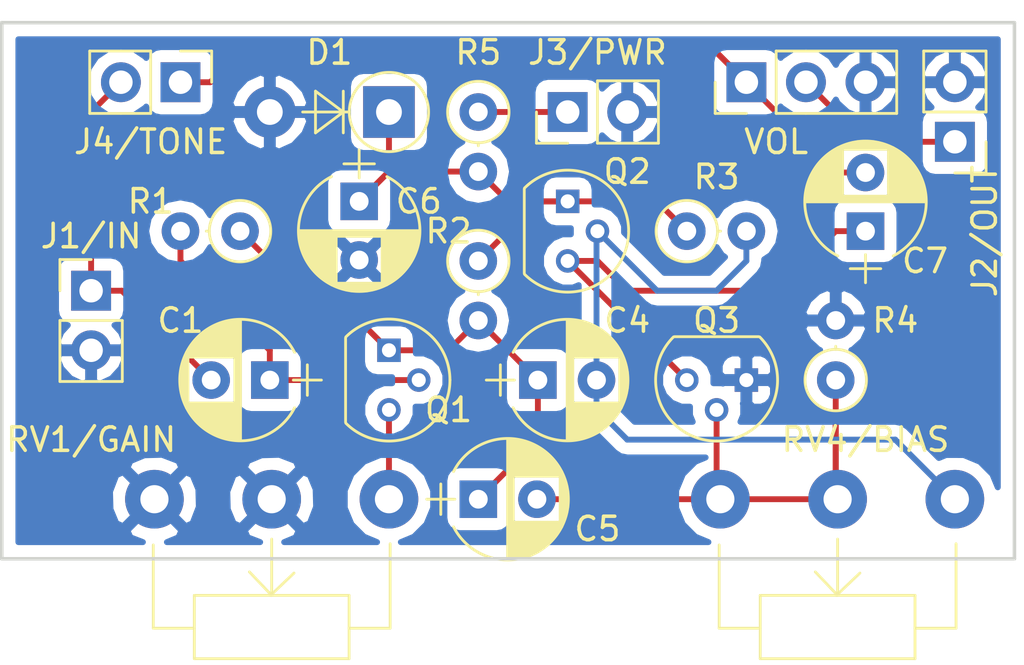
<source format=kicad_pcb>
(kicad_pcb (version 4) (host pcbnew 4.0.7)

  (general
    (links 36)
    (no_connects 0)
    (area 93.904999 92.939047 137.845 121.575001)
    (thickness 1.6)
    (drawings 4)
    (tracks 61)
    (zones 0)
    (modules 21)
    (nets 13)
  )

  (page A4)
  (layers
    (0 F.Cu signal)
    (31 B.Cu signal)
    (32 B.Adhes user)
    (33 F.Adhes user)
    (34 B.Paste user)
    (35 F.Paste user)
    (36 B.SilkS user)
    (37 F.SilkS user)
    (38 B.Mask user)
    (39 F.Mask user)
    (40 Dwgs.User user)
    (41 Cmts.User user)
    (42 Eco1.User user)
    (43 Eco2.User user)
    (44 Edge.Cuts user)
    (45 Margin user)
    (46 B.CrtYd user)
    (47 F.CrtYd user)
    (48 B.Fab user)
    (49 F.Fab user)
  )

  (setup
    (last_trace_width 0.25)
    (trace_clearance 0.2)
    (zone_clearance 0.508)
    (zone_45_only no)
    (trace_min 0.2)
    (segment_width 0.2)
    (edge_width 0.15)
    (via_size 0.6)
    (via_drill 0.4)
    (via_min_size 0.4)
    (via_min_drill 0.3)
    (uvia_size 0.3)
    (uvia_drill 0.1)
    (uvias_allowed no)
    (uvia_min_size 0.2)
    (uvia_min_drill 0.1)
    (pcb_text_width 0.3)
    (pcb_text_size 1.5 1.5)
    (mod_edge_width 0.15)
    (mod_text_size 1 1)
    (mod_text_width 0.15)
    (pad_size 1.524 1.524)
    (pad_drill 0.762)
    (pad_to_mask_clearance 0.2)
    (aux_axis_origin 0 0)
    (visible_elements FFFFFF7F)
    (pcbplotparams
      (layerselection 0x00030_80000001)
      (usegerberextensions false)
      (excludeedgelayer true)
      (linewidth 0.100000)
      (plotframeref false)
      (viasonmask false)
      (mode 1)
      (useauxorigin false)
      (hpglpennumber 1)
      (hpglpenspeed 20)
      (hpglpendiameter 15)
      (hpglpenoverlay 2)
      (psnegative false)
      (psa4output false)
      (plotreference true)
      (plotvalue true)
      (plotinvisibletext false)
      (padsonsilk false)
      (subtractmaskfromsilk false)
      (outputformat 1)
      (mirror false)
      (drillshape 0)
      (scaleselection 1)
      (outputdirectory ""))
  )

  (net 0 "")
  (net 1 "Net-(C1-Pad1)")
  (net 2 "Net-(C1-Pad2)")
  (net 3 "Net-(C4-Pad1)")
  (net 4 "Net-(C4-Pad2)")
  (net 5 "Net-(C5-Pad2)")
  (net 6 "Net-(C6-Pad1)")
  (net 7 GND)
  (net 8 "Net-(C7-Pad1)")
  (net 9 "Net-(C7-Pad2)")
  (net 10 "Net-(J2-Pad1)")
  (net 11 "Net-(Q1-Pad3)")
  (net 12 +9V)

  (net_class Default "This is the default net class."
    (clearance 0.2)
    (trace_width 0.25)
    (via_dia 0.6)
    (via_drill 0.4)
    (uvia_dia 0.3)
    (uvia_drill 0.1)
    (add_net +9V)
    (add_net GND)
    (add_net "Net-(C1-Pad1)")
    (add_net "Net-(C1-Pad2)")
    (add_net "Net-(C4-Pad1)")
    (add_net "Net-(C4-Pad2)")
    (add_net "Net-(C5-Pad2)")
    (add_net "Net-(C6-Pad1)")
    (add_net "Net-(C7-Pad1)")
    (add_net "Net-(C7-Pad2)")
    (add_net "Net-(J2-Pad1)")
    (add_net "Net-(Q1-Pad3)")
  )

  (module TO_SOT_Packages_THT:TO-92_Molded_Narrow (layer F.Cu) (tedit 5AAE9E50) (tstamp 5AAD6264)
    (at 110.49 107.95 270)
    (descr "TO-92 leads molded, narrow, drill 0.6mm (see NXP sot054_po.pdf)")
    (tags "to-92 sc-43 sc-43a sot54 PA33 transistor")
    (path /5AACF77E)
    (fp_text reference Q1 (at 2.54 -2.54 360) (layer F.SilkS)
      (effects (font (size 1 1) (thickness 0.15)))
    )
    (fp_text value BC337 (at 1.27 2.79 270) (layer F.Fab)
      (effects (font (size 1 1) (thickness 0.15)))
    )
    (fp_text user %R (at 1.27 -3.56 270) (layer F.Fab)
      (effects (font (size 1 1) (thickness 0.15)))
    )
    (fp_line (start -0.53 1.85) (end 3.07 1.85) (layer F.SilkS) (width 0.12))
    (fp_line (start -0.5 1.75) (end 3 1.75) (layer F.Fab) (width 0.1))
    (fp_line (start -1.46 -2.73) (end 4 -2.73) (layer F.CrtYd) (width 0.05))
    (fp_line (start -1.46 -2.73) (end -1.46 2.01) (layer F.CrtYd) (width 0.05))
    (fp_line (start 4 2.01) (end 4 -2.73) (layer F.CrtYd) (width 0.05))
    (fp_line (start 4 2.01) (end -1.46 2.01) (layer F.CrtYd) (width 0.05))
    (fp_arc (start 1.27 0) (end 1.27 -2.48) (angle 135) (layer F.Fab) (width 0.1))
    (fp_arc (start 1.27 0) (end 1.27 -2.6) (angle -135) (layer F.SilkS) (width 0.12))
    (fp_arc (start 1.27 0) (end 1.27 -2.48) (angle -135) (layer F.Fab) (width 0.1))
    (fp_arc (start 1.27 0) (end 1.27 -2.6) (angle 135) (layer F.SilkS) (width 0.12))
    (pad 2 thru_hole circle (at 1.27 -1.27) (size 1 1) (drill 0.6) (layers *.Cu *.Mask)
      (net 1 "Net-(C1-Pad1)"))
    (pad 3 thru_hole circle (at 2.54 0) (size 1 1) (drill 0.6) (layers *.Cu *.Mask)
      (net 11 "Net-(Q1-Pad3)"))
    (pad 1 thru_hole rect (at 0 0) (size 1 1) (drill 0.6) (layers *.Cu *.Mask)
      (net 3 "Net-(C4-Pad1)"))
    (model ${KISYS3DMOD}/TO_SOT_Packages_THT.3dshapes/TO-92_Molded_Narrow.wrl
      (at (xyz 0.05 0 0))
      (scale (xyz 1 1 1))
      (rotate (xyz 0 0 -90))
    )
  )

  (module TO_SOT_Packages_THT:TO-92_Molded_Narrow (layer F.Cu) (tedit 5AAE9E43) (tstamp 5AAD626B)
    (at 118.11 101.6 270)
    (descr "TO-92 leads molded, narrow, drill 0.6mm (see NXP sot054_po.pdf)")
    (tags "to-92 sc-43 sc-43a sot54 PA33 transistor")
    (path /5AACF7A1)
    (fp_text reference Q2 (at -1.27 -2.54 360) (layer F.SilkS)
      (effects (font (size 1 1) (thickness 0.15)))
    )
    (fp_text value BC337 (at 1.27 2.79 270) (layer F.Fab)
      (effects (font (size 1 1) (thickness 0.15)))
    )
    (fp_text user %R (at 1.27 -3.56 270) (layer F.Fab)
      (effects (font (size 1 1) (thickness 0.15)))
    )
    (fp_line (start -0.53 1.85) (end 3.07 1.85) (layer F.SilkS) (width 0.12))
    (fp_line (start -0.5 1.75) (end 3 1.75) (layer F.Fab) (width 0.1))
    (fp_line (start -1.46 -2.73) (end 4 -2.73) (layer F.CrtYd) (width 0.05))
    (fp_line (start -1.46 -2.73) (end -1.46 2.01) (layer F.CrtYd) (width 0.05))
    (fp_line (start 4 2.01) (end 4 -2.73) (layer F.CrtYd) (width 0.05))
    (fp_line (start 4 2.01) (end -1.46 2.01) (layer F.CrtYd) (width 0.05))
    (fp_arc (start 1.27 0) (end 1.27 -2.48) (angle 135) (layer F.Fab) (width 0.1))
    (fp_arc (start 1.27 0) (end 1.27 -2.6) (angle -135) (layer F.SilkS) (width 0.12))
    (fp_arc (start 1.27 0) (end 1.27 -2.48) (angle -135) (layer F.Fab) (width 0.1))
    (fp_arc (start 1.27 0) (end 1.27 -2.6) (angle 135) (layer F.SilkS) (width 0.12))
    (pad 2 thru_hole circle (at 1.27 -1.27) (size 1 1) (drill 0.6) (layers *.Cu *.Mask)
      (net 4 "Net-(C4-Pad2)"))
    (pad 3 thru_hole circle (at 2.54 0) (size 1 1) (drill 0.6) (layers *.Cu *.Mask)
      (net 8 "Net-(C7-Pad1)"))
    (pad 1 thru_hole rect (at 0 0) (size 1 1) (drill 0.6) (layers *.Cu *.Mask)
      (net 6 "Net-(C6-Pad1)"))
    (model ${KISYS3DMOD}/TO_SOT_Packages_THT.3dshapes/TO-92_Molded_Narrow.wrl
      (at (xyz 0.05 0 0))
      (scale (xyz 1 1 1))
      (rotate (xyz 0 0 -90))
    )
  )

  (module TO_SOT_Packages_THT:TO-92_Molded_Narrow (layer F.Cu) (tedit 5AAE9E70) (tstamp 5AAD6272)
    (at 125.73 109.22 180)
    (descr "TO-92 leads molded, narrow, drill 0.6mm (see NXP sot054_po.pdf)")
    (tags "to-92 sc-43 sc-43a sot54 PA33 transistor")
    (path /5AACF7C1)
    (fp_text reference Q3 (at 1.27 2.54 180) (layer F.SilkS)
      (effects (font (size 1 1) (thickness 0.15)))
    )
    (fp_text value BC327 (at 1.27 -2.54 180) (layer F.Fab)
      (effects (font (size 1 1) (thickness 0.15)))
    )
    (fp_text user %R (at 1.27 -3.56 180) (layer F.Fab)
      (effects (font (size 1 1) (thickness 0.15)))
    )
    (fp_line (start -0.53 1.85) (end 3.07 1.85) (layer F.SilkS) (width 0.12))
    (fp_line (start -0.5 1.75) (end 3 1.75) (layer F.Fab) (width 0.1))
    (fp_line (start -1.46 -2.73) (end 4 -2.73) (layer F.CrtYd) (width 0.05))
    (fp_line (start -1.46 -2.73) (end -1.46 2.01) (layer F.CrtYd) (width 0.05))
    (fp_line (start 4 2.01) (end 4 -2.73) (layer F.CrtYd) (width 0.05))
    (fp_line (start 4 2.01) (end -1.46 2.01) (layer F.CrtYd) (width 0.05))
    (fp_arc (start 1.27 0) (end 1.27 -2.48) (angle 135) (layer F.Fab) (width 0.1))
    (fp_arc (start 1.27 0) (end 1.27 -2.6) (angle -135) (layer F.SilkS) (width 0.12))
    (fp_arc (start 1.27 0) (end 1.27 -2.48) (angle -135) (layer F.Fab) (width 0.1))
    (fp_arc (start 1.27 0) (end 1.27 -2.6) (angle 135) (layer F.SilkS) (width 0.12))
    (pad 2 thru_hole circle (at 1.27 -1.27 270) (size 1 1) (drill 0.6) (layers *.Cu *.Mask)
      (net 5 "Net-(C5-Pad2)"))
    (pad 3 thru_hole circle (at 2.54 0 270) (size 1 1) (drill 0.6) (layers *.Cu *.Mask)
      (net 8 "Net-(C7-Pad1)"))
    (pad 1 thru_hole rect (at 0 0 270) (size 1 1) (drill 0.6) (layers *.Cu *.Mask)
      (net 7 GND))
    (model ${KISYS3DMOD}/TO_SOT_Packages_THT.3dshapes/TO-92_Molded_Narrow.wrl
      (at (xyz 0.05 0 0))
      (scale (xyz 1 1 1))
      (rotate (xyz 0 0 -90))
    )
  )

  (module Potentiometers:Potentiometer_WirePads (layer F.Cu) (tedit 5AAE9DC8) (tstamp 5AAD6297)
    (at 110.49 114.3 270)
    (descr "Potentiometer, Wire Pads only, RevA, 30 July 2010,")
    (tags "Potentiometer Wire Pads only RevA 30 July 2010 ")
    (path /5AACF84F)
    (fp_text reference RV1/GAIN (at -2.54 12.7 540) (layer F.SilkS)
      (effects (font (size 1 1) (thickness 0.15)))
    )
    (fp_text value "10k lin" (at 2 12.2 270) (layer F.Fab)
      (effects (font (size 1 1) (thickness 0.15)))
    )
    (fp_line (start 4.05 5) (end 1.7 5) (layer F.SilkS) (width 0.12))
    (fp_line (start 5.5 10.05) (end 1.95 10.05) (layer F.SilkS) (width 0.12))
    (fp_line (start 5.5 8.3) (end 5.5 10.05) (layer F.SilkS) (width 0.12))
    (fp_line (start 5.5 1.7) (end 5.5 -0.05) (layer F.SilkS) (width 0.12))
    (fp_line (start 5.5 -0.05) (end 1.9 -0.05) (layer F.SilkS) (width 0.12))
    (fp_line (start 4.1 5) (end 3.1 5.95) (layer F.SilkS) (width 0.12))
    (fp_line (start 4.1 5.05) (end 3.15 4.05) (layer F.SilkS) (width 0.12))
    (fp_line (start 4.1 1.7) (end 6.8 1.7) (layer F.SilkS) (width 0.12))
    (fp_line (start 6.8 1.7) (end 6.8 8.3) (layer F.SilkS) (width 0.12))
    (fp_line (start 6.8 8.3) (end 4.1 8.3) (layer F.SilkS) (width 0.12))
    (fp_line (start 4.1 8.3) (end 4.1 1.7) (layer F.SilkS) (width 0.12))
    (fp_line (start -1.5 -1.5) (end 7.05 -1.5) (layer F.CrtYd) (width 0.05))
    (fp_line (start -1.5 -1.5) (end -1.5 11.5) (layer F.CrtYd) (width 0.05))
    (fp_line (start 7.05 11.5) (end 7.05 -1.5) (layer F.CrtYd) (width 0.05))
    (fp_line (start 7.05 11.5) (end -1.5 11.5) (layer F.CrtYd) (width 0.05))
    (pad 2 thru_hole circle (at 0 5 270) (size 2.5 2.5) (drill 1.2) (layers *.Cu *.Mask)
      (net 7 GND))
    (pad 3 thru_hole circle (at 0 10 270) (size 2.5 2.5) (drill 1.2) (layers *.Cu *.Mask)
      (net 7 GND))
    (pad 1 thru_hole circle (at 0 0 270) (size 2.5 2.5) (drill 1.2) (layers *.Cu *.Mask)
      (net 11 "Net-(Q1-Pad3)"))
  )

  (module Potentiometers:Potentiometer_WirePads (layer F.Cu) (tedit 5AAE9DDD) (tstamp 5AAD62AC)
    (at 134.62 114.3 270)
    (descr "Potentiometer, Wire Pads only, RevA, 30 July 2010,")
    (tags "Potentiometer Wire Pads only RevA 30 July 2010 ")
    (path /5AAE6D85)
    (fp_text reference RV4/BIAS (at -2.54 3.81 360) (layer F.SilkS)
      (effects (font (size 1 1) (thickness 0.15)))
    )
    (fp_text value "10k lin" (at 2 12.2 270) (layer F.Fab)
      (effects (font (size 1 1) (thickness 0.15)))
    )
    (fp_line (start 4.05 5) (end 1.7 5) (layer F.SilkS) (width 0.12))
    (fp_line (start 5.5 10.05) (end 1.95 10.05) (layer F.SilkS) (width 0.12))
    (fp_line (start 5.5 8.3) (end 5.5 10.05) (layer F.SilkS) (width 0.12))
    (fp_line (start 5.5 1.7) (end 5.5 -0.05) (layer F.SilkS) (width 0.12))
    (fp_line (start 5.5 -0.05) (end 1.9 -0.05) (layer F.SilkS) (width 0.12))
    (fp_line (start 4.1 5) (end 3.1 5.95) (layer F.SilkS) (width 0.12))
    (fp_line (start 4.1 5.05) (end 3.15 4.05) (layer F.SilkS) (width 0.12))
    (fp_line (start 4.1 1.7) (end 6.8 1.7) (layer F.SilkS) (width 0.12))
    (fp_line (start 6.8 1.7) (end 6.8 8.3) (layer F.SilkS) (width 0.12))
    (fp_line (start 6.8 8.3) (end 4.1 8.3) (layer F.SilkS) (width 0.12))
    (fp_line (start 4.1 8.3) (end 4.1 1.7) (layer F.SilkS) (width 0.12))
    (fp_line (start -1.5 -1.5) (end 7.05 -1.5) (layer F.CrtYd) (width 0.05))
    (fp_line (start -1.5 -1.5) (end -1.5 11.5) (layer F.CrtYd) (width 0.05))
    (fp_line (start 7.05 11.5) (end 7.05 -1.5) (layer F.CrtYd) (width 0.05))
    (fp_line (start 7.05 11.5) (end -1.5 11.5) (layer F.CrtYd) (width 0.05))
    (pad 2 thru_hole circle (at 0 5 270) (size 2.5 2.5) (drill 1.2) (layers *.Cu *.Mask)
      (net 5 "Net-(C5-Pad2)"))
    (pad 3 thru_hole circle (at 0 10 270) (size 2.5 2.5) (drill 1.2) (layers *.Cu *.Mask)
      (net 5 "Net-(C5-Pad2)"))
    (pad 1 thru_hole circle (at 0 0 270) (size 2.5 2.5) (drill 1.2) (layers *.Cu *.Mask)
      (net 4 "Net-(C4-Pad2)"))
  )

  (module Pin_Headers:Pin_Header_Straight_1x02_Pitch2.54mm (layer F.Cu) (tedit 5AAE9D55) (tstamp 5AAD7D8F)
    (at 118.11 97.79 90)
    (descr "Through hole straight pin header, 1x02, 2.54mm pitch, single row")
    (tags "Through hole pin header THT 1x02 2.54mm single row")
    (path /5AAD623A)
    (fp_text reference J3/PWR (at 2.54 1.27 180) (layer F.SilkS)
      (effects (font (size 1 1) (thickness 0.15)))
    )
    (fp_text value POWER (at 0 4.87 90) (layer F.Fab)
      (effects (font (size 1 1) (thickness 0.15)))
    )
    (fp_line (start -0.635 -1.27) (end 1.27 -1.27) (layer F.Fab) (width 0.1))
    (fp_line (start 1.27 -1.27) (end 1.27 3.81) (layer F.Fab) (width 0.1))
    (fp_line (start 1.27 3.81) (end -1.27 3.81) (layer F.Fab) (width 0.1))
    (fp_line (start -1.27 3.81) (end -1.27 -0.635) (layer F.Fab) (width 0.1))
    (fp_line (start -1.27 -0.635) (end -0.635 -1.27) (layer F.Fab) (width 0.1))
    (fp_line (start -1.33 3.87) (end 1.33 3.87) (layer F.SilkS) (width 0.12))
    (fp_line (start -1.33 1.27) (end -1.33 3.87) (layer F.SilkS) (width 0.12))
    (fp_line (start 1.33 1.27) (end 1.33 3.87) (layer F.SilkS) (width 0.12))
    (fp_line (start -1.33 1.27) (end 1.33 1.27) (layer F.SilkS) (width 0.12))
    (fp_line (start -1.33 0) (end -1.33 -1.33) (layer F.SilkS) (width 0.12))
    (fp_line (start -1.33 -1.33) (end 0 -1.33) (layer F.SilkS) (width 0.12))
    (fp_line (start -1.8 -1.8) (end -1.8 4.35) (layer F.CrtYd) (width 0.05))
    (fp_line (start -1.8 4.35) (end 1.8 4.35) (layer F.CrtYd) (width 0.05))
    (fp_line (start 1.8 4.35) (end 1.8 -1.8) (layer F.CrtYd) (width 0.05))
    (fp_line (start 1.8 -1.8) (end -1.8 -1.8) (layer F.CrtYd) (width 0.05))
    (fp_text user %R (at 0 1.27 180) (layer F.Fab)
      (effects (font (size 1 1) (thickness 0.15)))
    )
    (pad 1 thru_hole rect (at 0 0 90) (size 1.7 1.7) (drill 1) (layers *.Cu *.Mask)
      (net 12 +9V))
    (pad 2 thru_hole oval (at 0 2.54 90) (size 1.7 1.7) (drill 1) (layers *.Cu *.Mask)
      (net 7 GND))
    (model ${KISYS3DMOD}/Pin_Headers.3dshapes/Pin_Header_Straight_1x02_Pitch2.54mm.wrl
      (at (xyz 0 0 0))
      (scale (xyz 1 1 1))
      (rotate (xyz 0 0 0))
    )
  )

  (module Pin_Headers:Pin_Header_Straight_1x02_Pitch2.54mm (layer F.Cu) (tedit 5AAE9D8D) (tstamp 5AAD81F1)
    (at 97.79 105.41)
    (descr "Through hole straight pin header, 1x02, 2.54mm pitch, single row")
    (tags "Through hole pin header THT 1x02 2.54mm single row")
    (path /5AAD87AF)
    (fp_text reference J1/IN (at 0 -2.33) (layer F.SilkS)
      (effects (font (size 1 1) (thickness 0.15)))
    )
    (fp_text value INPUT (at 0 4.87) (layer F.Fab)
      (effects (font (size 1 1) (thickness 0.15)))
    )
    (fp_line (start -0.635 -1.27) (end 1.27 -1.27) (layer F.Fab) (width 0.1))
    (fp_line (start 1.27 -1.27) (end 1.27 3.81) (layer F.Fab) (width 0.1))
    (fp_line (start 1.27 3.81) (end -1.27 3.81) (layer F.Fab) (width 0.1))
    (fp_line (start -1.27 3.81) (end -1.27 -0.635) (layer F.Fab) (width 0.1))
    (fp_line (start -1.27 -0.635) (end -0.635 -1.27) (layer F.Fab) (width 0.1))
    (fp_line (start -1.33 3.87) (end 1.33 3.87) (layer F.SilkS) (width 0.12))
    (fp_line (start -1.33 1.27) (end -1.33 3.87) (layer F.SilkS) (width 0.12))
    (fp_line (start 1.33 1.27) (end 1.33 3.87) (layer F.SilkS) (width 0.12))
    (fp_line (start -1.33 1.27) (end 1.33 1.27) (layer F.SilkS) (width 0.12))
    (fp_line (start -1.33 0) (end -1.33 -1.33) (layer F.SilkS) (width 0.12))
    (fp_line (start -1.33 -1.33) (end 0 -1.33) (layer F.SilkS) (width 0.12))
    (fp_line (start -1.8 -1.8) (end -1.8 4.35) (layer F.CrtYd) (width 0.05))
    (fp_line (start -1.8 4.35) (end 1.8 4.35) (layer F.CrtYd) (width 0.05))
    (fp_line (start 1.8 4.35) (end 1.8 -1.8) (layer F.CrtYd) (width 0.05))
    (fp_line (start 1.8 -1.8) (end -1.8 -1.8) (layer F.CrtYd) (width 0.05))
    (fp_text user %R (at 0 1.27 180) (layer F.Fab)
      (effects (font (size 1 1) (thickness 0.15)))
    )
    (pad 1 thru_hole rect (at 0 0) (size 1.7 1.7) (drill 1) (layers *.Cu *.Mask)
      (net 2 "Net-(C1-Pad2)"))
    (pad 2 thru_hole oval (at 0 2.54) (size 1.7 1.7) (drill 1) (layers *.Cu *.Mask)
      (net 7 GND))
    (model ${KISYS3DMOD}/Pin_Headers.3dshapes/Pin_Header_Straight_1x02_Pitch2.54mm.wrl
      (at (xyz 0 0 0))
      (scale (xyz 1 1 1))
      (rotate (xyz 0 0 0))
    )
  )

  (module Pin_Headers:Pin_Header_Straight_1x02_Pitch2.54mm (layer F.Cu) (tedit 5AAE9D6E) (tstamp 5AAD81F6)
    (at 134.62 99.06 180)
    (descr "Through hole straight pin header, 1x02, 2.54mm pitch, single row")
    (tags "Through hole pin header THT 1x02 2.54mm single row")
    (path /5AAD16D7)
    (fp_text reference J2/OUT (at -1.27 -3.81 270) (layer F.SilkS)
      (effects (font (size 1 1) (thickness 0.15)))
    )
    (fp_text value OUTPUT (at 0 4.87 180) (layer F.Fab)
      (effects (font (size 1 1) (thickness 0.15)))
    )
    (fp_line (start -0.635 -1.27) (end 1.27 -1.27) (layer F.Fab) (width 0.1))
    (fp_line (start 1.27 -1.27) (end 1.27 3.81) (layer F.Fab) (width 0.1))
    (fp_line (start 1.27 3.81) (end -1.27 3.81) (layer F.Fab) (width 0.1))
    (fp_line (start -1.27 3.81) (end -1.27 -0.635) (layer F.Fab) (width 0.1))
    (fp_line (start -1.27 -0.635) (end -0.635 -1.27) (layer F.Fab) (width 0.1))
    (fp_line (start -1.33 3.87) (end 1.33 3.87) (layer F.SilkS) (width 0.12))
    (fp_line (start -1.33 1.27) (end -1.33 3.87) (layer F.SilkS) (width 0.12))
    (fp_line (start 1.33 1.27) (end 1.33 3.87) (layer F.SilkS) (width 0.12))
    (fp_line (start -1.33 1.27) (end 1.33 1.27) (layer F.SilkS) (width 0.12))
    (fp_line (start -1.33 0) (end -1.33 -1.33) (layer F.SilkS) (width 0.12))
    (fp_line (start -1.33 -1.33) (end 0 -1.33) (layer F.SilkS) (width 0.12))
    (fp_line (start -1.8 -1.8) (end -1.8 4.35) (layer F.CrtYd) (width 0.05))
    (fp_line (start -1.8 4.35) (end 1.8 4.35) (layer F.CrtYd) (width 0.05))
    (fp_line (start 1.8 4.35) (end 1.8 -1.8) (layer F.CrtYd) (width 0.05))
    (fp_line (start 1.8 -1.8) (end -1.8 -1.8) (layer F.CrtYd) (width 0.05))
    (fp_text user %R (at 0 1.27 270) (layer F.Fab)
      (effects (font (size 1 1) (thickness 0.15)))
    )
    (pad 1 thru_hole rect (at 0 0 180) (size 1.7 1.7) (drill 1) (layers *.Cu *.Mask)
      (net 10 "Net-(J2-Pad1)"))
    (pad 2 thru_hole oval (at 0 2.54 180) (size 1.7 1.7) (drill 1) (layers *.Cu *.Mask)
      (net 7 GND))
    (model ${KISYS3DMOD}/Pin_Headers.3dshapes/Pin_Header_Straight_1x02_Pitch2.54mm.wrl
      (at (xyz 0 0 0))
      (scale (xyz 1 1 1))
      (rotate (xyz 0 0 0))
    )
  )

  (module Capacitors_THT:CP_Radial_D5.0mm_P2.50mm (layer F.Cu) (tedit 5AAE9CC7) (tstamp 5AAD8496)
    (at 105.41 109.22 180)
    (descr "CP, Radial series, Radial, pin pitch=2.50mm, , diameter=5mm, Electrolytic Capacitor")
    (tags "CP Radial series Radial pin pitch 2.50mm  diameter 5mm Electrolytic Capacitor")
    (path /5AACFDEA)
    (fp_text reference C1 (at 3.81 2.54 180) (layer F.SilkS)
      (effects (font (size 1 1) (thickness 0.15)))
    )
    (fp_text value 100uF (at 1.25 3.81 180) (layer F.Fab)
      (effects (font (size 1 1) (thickness 0.15)))
    )
    (fp_arc (start 1.25 0) (end -1.05558 -1.18) (angle 125.8) (layer F.SilkS) (width 0.12))
    (fp_arc (start 1.25 0) (end -1.05558 1.18) (angle -125.8) (layer F.SilkS) (width 0.12))
    (fp_arc (start 1.25 0) (end 3.55558 -1.18) (angle 54.2) (layer F.SilkS) (width 0.12))
    (fp_circle (center 1.25 0) (end 3.75 0) (layer F.Fab) (width 0.1))
    (fp_line (start -2.2 0) (end -1 0) (layer F.Fab) (width 0.1))
    (fp_line (start -1.6 -0.65) (end -1.6 0.65) (layer F.Fab) (width 0.1))
    (fp_line (start 1.25 -2.55) (end 1.25 2.55) (layer F.SilkS) (width 0.12))
    (fp_line (start 1.29 -2.55) (end 1.29 2.55) (layer F.SilkS) (width 0.12))
    (fp_line (start 1.33 -2.549) (end 1.33 2.549) (layer F.SilkS) (width 0.12))
    (fp_line (start 1.37 -2.548) (end 1.37 2.548) (layer F.SilkS) (width 0.12))
    (fp_line (start 1.41 -2.546) (end 1.41 2.546) (layer F.SilkS) (width 0.12))
    (fp_line (start 1.45 -2.543) (end 1.45 2.543) (layer F.SilkS) (width 0.12))
    (fp_line (start 1.49 -2.539) (end 1.49 2.539) (layer F.SilkS) (width 0.12))
    (fp_line (start 1.53 -2.535) (end 1.53 -0.98) (layer F.SilkS) (width 0.12))
    (fp_line (start 1.53 0.98) (end 1.53 2.535) (layer F.SilkS) (width 0.12))
    (fp_line (start 1.57 -2.531) (end 1.57 -0.98) (layer F.SilkS) (width 0.12))
    (fp_line (start 1.57 0.98) (end 1.57 2.531) (layer F.SilkS) (width 0.12))
    (fp_line (start 1.61 -2.525) (end 1.61 -0.98) (layer F.SilkS) (width 0.12))
    (fp_line (start 1.61 0.98) (end 1.61 2.525) (layer F.SilkS) (width 0.12))
    (fp_line (start 1.65 -2.519) (end 1.65 -0.98) (layer F.SilkS) (width 0.12))
    (fp_line (start 1.65 0.98) (end 1.65 2.519) (layer F.SilkS) (width 0.12))
    (fp_line (start 1.69 -2.513) (end 1.69 -0.98) (layer F.SilkS) (width 0.12))
    (fp_line (start 1.69 0.98) (end 1.69 2.513) (layer F.SilkS) (width 0.12))
    (fp_line (start 1.73 -2.506) (end 1.73 -0.98) (layer F.SilkS) (width 0.12))
    (fp_line (start 1.73 0.98) (end 1.73 2.506) (layer F.SilkS) (width 0.12))
    (fp_line (start 1.77 -2.498) (end 1.77 -0.98) (layer F.SilkS) (width 0.12))
    (fp_line (start 1.77 0.98) (end 1.77 2.498) (layer F.SilkS) (width 0.12))
    (fp_line (start 1.81 -2.489) (end 1.81 -0.98) (layer F.SilkS) (width 0.12))
    (fp_line (start 1.81 0.98) (end 1.81 2.489) (layer F.SilkS) (width 0.12))
    (fp_line (start 1.85 -2.48) (end 1.85 -0.98) (layer F.SilkS) (width 0.12))
    (fp_line (start 1.85 0.98) (end 1.85 2.48) (layer F.SilkS) (width 0.12))
    (fp_line (start 1.89 -2.47) (end 1.89 -0.98) (layer F.SilkS) (width 0.12))
    (fp_line (start 1.89 0.98) (end 1.89 2.47) (layer F.SilkS) (width 0.12))
    (fp_line (start 1.93 -2.46) (end 1.93 -0.98) (layer F.SilkS) (width 0.12))
    (fp_line (start 1.93 0.98) (end 1.93 2.46) (layer F.SilkS) (width 0.12))
    (fp_line (start 1.971 -2.448) (end 1.971 -0.98) (layer F.SilkS) (width 0.12))
    (fp_line (start 1.971 0.98) (end 1.971 2.448) (layer F.SilkS) (width 0.12))
    (fp_line (start 2.011 -2.436) (end 2.011 -0.98) (layer F.SilkS) (width 0.12))
    (fp_line (start 2.011 0.98) (end 2.011 2.436) (layer F.SilkS) (width 0.12))
    (fp_line (start 2.051 -2.424) (end 2.051 -0.98) (layer F.SilkS) (width 0.12))
    (fp_line (start 2.051 0.98) (end 2.051 2.424) (layer F.SilkS) (width 0.12))
    (fp_line (start 2.091 -2.41) (end 2.091 -0.98) (layer F.SilkS) (width 0.12))
    (fp_line (start 2.091 0.98) (end 2.091 2.41) (layer F.SilkS) (width 0.12))
    (fp_line (start 2.131 -2.396) (end 2.131 -0.98) (layer F.SilkS) (width 0.12))
    (fp_line (start 2.131 0.98) (end 2.131 2.396) (layer F.SilkS) (width 0.12))
    (fp_line (start 2.171 -2.382) (end 2.171 -0.98) (layer F.SilkS) (width 0.12))
    (fp_line (start 2.171 0.98) (end 2.171 2.382) (layer F.SilkS) (width 0.12))
    (fp_line (start 2.211 -2.366) (end 2.211 -0.98) (layer F.SilkS) (width 0.12))
    (fp_line (start 2.211 0.98) (end 2.211 2.366) (layer F.SilkS) (width 0.12))
    (fp_line (start 2.251 -2.35) (end 2.251 -0.98) (layer F.SilkS) (width 0.12))
    (fp_line (start 2.251 0.98) (end 2.251 2.35) (layer F.SilkS) (width 0.12))
    (fp_line (start 2.291 -2.333) (end 2.291 -0.98) (layer F.SilkS) (width 0.12))
    (fp_line (start 2.291 0.98) (end 2.291 2.333) (layer F.SilkS) (width 0.12))
    (fp_line (start 2.331 -2.315) (end 2.331 -0.98) (layer F.SilkS) (width 0.12))
    (fp_line (start 2.331 0.98) (end 2.331 2.315) (layer F.SilkS) (width 0.12))
    (fp_line (start 2.371 -2.296) (end 2.371 -0.98) (layer F.SilkS) (width 0.12))
    (fp_line (start 2.371 0.98) (end 2.371 2.296) (layer F.SilkS) (width 0.12))
    (fp_line (start 2.411 -2.276) (end 2.411 -0.98) (layer F.SilkS) (width 0.12))
    (fp_line (start 2.411 0.98) (end 2.411 2.276) (layer F.SilkS) (width 0.12))
    (fp_line (start 2.451 -2.256) (end 2.451 -0.98) (layer F.SilkS) (width 0.12))
    (fp_line (start 2.451 0.98) (end 2.451 2.256) (layer F.SilkS) (width 0.12))
    (fp_line (start 2.491 -2.234) (end 2.491 -0.98) (layer F.SilkS) (width 0.12))
    (fp_line (start 2.491 0.98) (end 2.491 2.234) (layer F.SilkS) (width 0.12))
    (fp_line (start 2.531 -2.212) (end 2.531 -0.98) (layer F.SilkS) (width 0.12))
    (fp_line (start 2.531 0.98) (end 2.531 2.212) (layer F.SilkS) (width 0.12))
    (fp_line (start 2.571 -2.189) (end 2.571 -0.98) (layer F.SilkS) (width 0.12))
    (fp_line (start 2.571 0.98) (end 2.571 2.189) (layer F.SilkS) (width 0.12))
    (fp_line (start 2.611 -2.165) (end 2.611 -0.98) (layer F.SilkS) (width 0.12))
    (fp_line (start 2.611 0.98) (end 2.611 2.165) (layer F.SilkS) (width 0.12))
    (fp_line (start 2.651 -2.14) (end 2.651 -0.98) (layer F.SilkS) (width 0.12))
    (fp_line (start 2.651 0.98) (end 2.651 2.14) (layer F.SilkS) (width 0.12))
    (fp_line (start 2.691 -2.113) (end 2.691 -0.98) (layer F.SilkS) (width 0.12))
    (fp_line (start 2.691 0.98) (end 2.691 2.113) (layer F.SilkS) (width 0.12))
    (fp_line (start 2.731 -2.086) (end 2.731 -0.98) (layer F.SilkS) (width 0.12))
    (fp_line (start 2.731 0.98) (end 2.731 2.086) (layer F.SilkS) (width 0.12))
    (fp_line (start 2.771 -2.058) (end 2.771 -0.98) (layer F.SilkS) (width 0.12))
    (fp_line (start 2.771 0.98) (end 2.771 2.058) (layer F.SilkS) (width 0.12))
    (fp_line (start 2.811 -2.028) (end 2.811 -0.98) (layer F.SilkS) (width 0.12))
    (fp_line (start 2.811 0.98) (end 2.811 2.028) (layer F.SilkS) (width 0.12))
    (fp_line (start 2.851 -1.997) (end 2.851 -0.98) (layer F.SilkS) (width 0.12))
    (fp_line (start 2.851 0.98) (end 2.851 1.997) (layer F.SilkS) (width 0.12))
    (fp_line (start 2.891 -1.965) (end 2.891 -0.98) (layer F.SilkS) (width 0.12))
    (fp_line (start 2.891 0.98) (end 2.891 1.965) (layer F.SilkS) (width 0.12))
    (fp_line (start 2.931 -1.932) (end 2.931 -0.98) (layer F.SilkS) (width 0.12))
    (fp_line (start 2.931 0.98) (end 2.931 1.932) (layer F.SilkS) (width 0.12))
    (fp_line (start 2.971 -1.897) (end 2.971 -0.98) (layer F.SilkS) (width 0.12))
    (fp_line (start 2.971 0.98) (end 2.971 1.897) (layer F.SilkS) (width 0.12))
    (fp_line (start 3.011 -1.861) (end 3.011 -0.98) (layer F.SilkS) (width 0.12))
    (fp_line (start 3.011 0.98) (end 3.011 1.861) (layer F.SilkS) (width 0.12))
    (fp_line (start 3.051 -1.823) (end 3.051 -0.98) (layer F.SilkS) (width 0.12))
    (fp_line (start 3.051 0.98) (end 3.051 1.823) (layer F.SilkS) (width 0.12))
    (fp_line (start 3.091 -1.783) (end 3.091 -0.98) (layer F.SilkS) (width 0.12))
    (fp_line (start 3.091 0.98) (end 3.091 1.783) (layer F.SilkS) (width 0.12))
    (fp_line (start 3.131 -1.742) (end 3.131 -0.98) (layer F.SilkS) (width 0.12))
    (fp_line (start 3.131 0.98) (end 3.131 1.742) (layer F.SilkS) (width 0.12))
    (fp_line (start 3.171 -1.699) (end 3.171 -0.98) (layer F.SilkS) (width 0.12))
    (fp_line (start 3.171 0.98) (end 3.171 1.699) (layer F.SilkS) (width 0.12))
    (fp_line (start 3.211 -1.654) (end 3.211 -0.98) (layer F.SilkS) (width 0.12))
    (fp_line (start 3.211 0.98) (end 3.211 1.654) (layer F.SilkS) (width 0.12))
    (fp_line (start 3.251 -1.606) (end 3.251 -0.98) (layer F.SilkS) (width 0.12))
    (fp_line (start 3.251 0.98) (end 3.251 1.606) (layer F.SilkS) (width 0.12))
    (fp_line (start 3.291 -1.556) (end 3.291 -0.98) (layer F.SilkS) (width 0.12))
    (fp_line (start 3.291 0.98) (end 3.291 1.556) (layer F.SilkS) (width 0.12))
    (fp_line (start 3.331 -1.504) (end 3.331 -0.98) (layer F.SilkS) (width 0.12))
    (fp_line (start 3.331 0.98) (end 3.331 1.504) (layer F.SilkS) (width 0.12))
    (fp_line (start 3.371 -1.448) (end 3.371 -0.98) (layer F.SilkS) (width 0.12))
    (fp_line (start 3.371 0.98) (end 3.371 1.448) (layer F.SilkS) (width 0.12))
    (fp_line (start 3.411 -1.39) (end 3.411 -0.98) (layer F.SilkS) (width 0.12))
    (fp_line (start 3.411 0.98) (end 3.411 1.39) (layer F.SilkS) (width 0.12))
    (fp_line (start 3.451 -1.327) (end 3.451 -0.98) (layer F.SilkS) (width 0.12))
    (fp_line (start 3.451 0.98) (end 3.451 1.327) (layer F.SilkS) (width 0.12))
    (fp_line (start 3.491 -1.261) (end 3.491 1.261) (layer F.SilkS) (width 0.12))
    (fp_line (start 3.531 -1.189) (end 3.531 1.189) (layer F.SilkS) (width 0.12))
    (fp_line (start 3.571 -1.112) (end 3.571 1.112) (layer F.SilkS) (width 0.12))
    (fp_line (start 3.611 -1.028) (end 3.611 1.028) (layer F.SilkS) (width 0.12))
    (fp_line (start 3.651 -0.934) (end 3.651 0.934) (layer F.SilkS) (width 0.12))
    (fp_line (start 3.691 -0.829) (end 3.691 0.829) (layer F.SilkS) (width 0.12))
    (fp_line (start 3.731 -0.707) (end 3.731 0.707) (layer F.SilkS) (width 0.12))
    (fp_line (start 3.771 -0.559) (end 3.771 0.559) (layer F.SilkS) (width 0.12))
    (fp_line (start 3.811 -0.354) (end 3.811 0.354) (layer F.SilkS) (width 0.12))
    (fp_line (start -2.2 0) (end -1 0) (layer F.SilkS) (width 0.12))
    (fp_line (start -1.6 -0.65) (end -1.6 0.65) (layer F.SilkS) (width 0.12))
    (fp_line (start -1.6 -2.85) (end -1.6 2.85) (layer F.CrtYd) (width 0.05))
    (fp_line (start -1.6 2.85) (end 4.1 2.85) (layer F.CrtYd) (width 0.05))
    (fp_line (start 4.1 2.85) (end 4.1 -2.85) (layer F.CrtYd) (width 0.05))
    (fp_line (start 4.1 -2.85) (end -1.6 -2.85) (layer F.CrtYd) (width 0.05))
    (fp_text user %R (at 1.25 0 180) (layer F.Fab)
      (effects (font (size 1 1) (thickness 0.15)))
    )
    (pad 1 thru_hole rect (at 0 0 180) (size 1.6 1.6) (drill 0.8) (layers *.Cu *.Mask)
      (net 1 "Net-(C1-Pad1)"))
    (pad 2 thru_hole circle (at 2.5 0 180) (size 1.6 1.6) (drill 0.8) (layers *.Cu *.Mask)
      (net 2 "Net-(C1-Pad2)"))
    (model ${KISYS3DMOD}/Capacitors_THT.3dshapes/CP_Radial_D5.0mm_P2.50mm.wrl
      (at (xyz 0 0 0))
      (scale (xyz 1 1 1))
      (rotate (xyz 0 0 0))
    )
  )

  (module Capacitors_THT:CP_Radial_D5.0mm_P2.50mm (layer F.Cu) (tedit 5AAE9E2D) (tstamp 5AAD84A0)
    (at 116.84 109.22)
    (descr "CP, Radial series, Radial, pin pitch=2.50mm, , diameter=5mm, Electrolytic Capacitor")
    (tags "CP Radial series Radial pin pitch 2.50mm  diameter 5mm Electrolytic Capacitor")
    (path /5AACFE6F)
    (fp_text reference C4 (at 3.81 -2.54) (layer F.SilkS)
      (effects (font (size 1 1) (thickness 0.15)))
    )
    (fp_text value "4.7 uF" (at 1.25 3.81) (layer F.Fab)
      (effects (font (size 1 1) (thickness 0.15)))
    )
    (fp_arc (start 1.25 0) (end -1.05558 -1.18) (angle 125.8) (layer F.SilkS) (width 0.12))
    (fp_arc (start 1.25 0) (end -1.05558 1.18) (angle -125.8) (layer F.SilkS) (width 0.12))
    (fp_arc (start 1.25 0) (end 3.55558 -1.18) (angle 54.2) (layer F.SilkS) (width 0.12))
    (fp_circle (center 1.25 0) (end 3.75 0) (layer F.Fab) (width 0.1))
    (fp_line (start -2.2 0) (end -1 0) (layer F.Fab) (width 0.1))
    (fp_line (start -1.6 -0.65) (end -1.6 0.65) (layer F.Fab) (width 0.1))
    (fp_line (start 1.25 -2.55) (end 1.25 2.55) (layer F.SilkS) (width 0.12))
    (fp_line (start 1.29 -2.55) (end 1.29 2.55) (layer F.SilkS) (width 0.12))
    (fp_line (start 1.33 -2.549) (end 1.33 2.549) (layer F.SilkS) (width 0.12))
    (fp_line (start 1.37 -2.548) (end 1.37 2.548) (layer F.SilkS) (width 0.12))
    (fp_line (start 1.41 -2.546) (end 1.41 2.546) (layer F.SilkS) (width 0.12))
    (fp_line (start 1.45 -2.543) (end 1.45 2.543) (layer F.SilkS) (width 0.12))
    (fp_line (start 1.49 -2.539) (end 1.49 2.539) (layer F.SilkS) (width 0.12))
    (fp_line (start 1.53 -2.535) (end 1.53 -0.98) (layer F.SilkS) (width 0.12))
    (fp_line (start 1.53 0.98) (end 1.53 2.535) (layer F.SilkS) (width 0.12))
    (fp_line (start 1.57 -2.531) (end 1.57 -0.98) (layer F.SilkS) (width 0.12))
    (fp_line (start 1.57 0.98) (end 1.57 2.531) (layer F.SilkS) (width 0.12))
    (fp_line (start 1.61 -2.525) (end 1.61 -0.98) (layer F.SilkS) (width 0.12))
    (fp_line (start 1.61 0.98) (end 1.61 2.525) (layer F.SilkS) (width 0.12))
    (fp_line (start 1.65 -2.519) (end 1.65 -0.98) (layer F.SilkS) (width 0.12))
    (fp_line (start 1.65 0.98) (end 1.65 2.519) (layer F.SilkS) (width 0.12))
    (fp_line (start 1.69 -2.513) (end 1.69 -0.98) (layer F.SilkS) (width 0.12))
    (fp_line (start 1.69 0.98) (end 1.69 2.513) (layer F.SilkS) (width 0.12))
    (fp_line (start 1.73 -2.506) (end 1.73 -0.98) (layer F.SilkS) (width 0.12))
    (fp_line (start 1.73 0.98) (end 1.73 2.506) (layer F.SilkS) (width 0.12))
    (fp_line (start 1.77 -2.498) (end 1.77 -0.98) (layer F.SilkS) (width 0.12))
    (fp_line (start 1.77 0.98) (end 1.77 2.498) (layer F.SilkS) (width 0.12))
    (fp_line (start 1.81 -2.489) (end 1.81 -0.98) (layer F.SilkS) (width 0.12))
    (fp_line (start 1.81 0.98) (end 1.81 2.489) (layer F.SilkS) (width 0.12))
    (fp_line (start 1.85 -2.48) (end 1.85 -0.98) (layer F.SilkS) (width 0.12))
    (fp_line (start 1.85 0.98) (end 1.85 2.48) (layer F.SilkS) (width 0.12))
    (fp_line (start 1.89 -2.47) (end 1.89 -0.98) (layer F.SilkS) (width 0.12))
    (fp_line (start 1.89 0.98) (end 1.89 2.47) (layer F.SilkS) (width 0.12))
    (fp_line (start 1.93 -2.46) (end 1.93 -0.98) (layer F.SilkS) (width 0.12))
    (fp_line (start 1.93 0.98) (end 1.93 2.46) (layer F.SilkS) (width 0.12))
    (fp_line (start 1.971 -2.448) (end 1.971 -0.98) (layer F.SilkS) (width 0.12))
    (fp_line (start 1.971 0.98) (end 1.971 2.448) (layer F.SilkS) (width 0.12))
    (fp_line (start 2.011 -2.436) (end 2.011 -0.98) (layer F.SilkS) (width 0.12))
    (fp_line (start 2.011 0.98) (end 2.011 2.436) (layer F.SilkS) (width 0.12))
    (fp_line (start 2.051 -2.424) (end 2.051 -0.98) (layer F.SilkS) (width 0.12))
    (fp_line (start 2.051 0.98) (end 2.051 2.424) (layer F.SilkS) (width 0.12))
    (fp_line (start 2.091 -2.41) (end 2.091 -0.98) (layer F.SilkS) (width 0.12))
    (fp_line (start 2.091 0.98) (end 2.091 2.41) (layer F.SilkS) (width 0.12))
    (fp_line (start 2.131 -2.396) (end 2.131 -0.98) (layer F.SilkS) (width 0.12))
    (fp_line (start 2.131 0.98) (end 2.131 2.396) (layer F.SilkS) (width 0.12))
    (fp_line (start 2.171 -2.382) (end 2.171 -0.98) (layer F.SilkS) (width 0.12))
    (fp_line (start 2.171 0.98) (end 2.171 2.382) (layer F.SilkS) (width 0.12))
    (fp_line (start 2.211 -2.366) (end 2.211 -0.98) (layer F.SilkS) (width 0.12))
    (fp_line (start 2.211 0.98) (end 2.211 2.366) (layer F.SilkS) (width 0.12))
    (fp_line (start 2.251 -2.35) (end 2.251 -0.98) (layer F.SilkS) (width 0.12))
    (fp_line (start 2.251 0.98) (end 2.251 2.35) (layer F.SilkS) (width 0.12))
    (fp_line (start 2.291 -2.333) (end 2.291 -0.98) (layer F.SilkS) (width 0.12))
    (fp_line (start 2.291 0.98) (end 2.291 2.333) (layer F.SilkS) (width 0.12))
    (fp_line (start 2.331 -2.315) (end 2.331 -0.98) (layer F.SilkS) (width 0.12))
    (fp_line (start 2.331 0.98) (end 2.331 2.315) (layer F.SilkS) (width 0.12))
    (fp_line (start 2.371 -2.296) (end 2.371 -0.98) (layer F.SilkS) (width 0.12))
    (fp_line (start 2.371 0.98) (end 2.371 2.296) (layer F.SilkS) (width 0.12))
    (fp_line (start 2.411 -2.276) (end 2.411 -0.98) (layer F.SilkS) (width 0.12))
    (fp_line (start 2.411 0.98) (end 2.411 2.276) (layer F.SilkS) (width 0.12))
    (fp_line (start 2.451 -2.256) (end 2.451 -0.98) (layer F.SilkS) (width 0.12))
    (fp_line (start 2.451 0.98) (end 2.451 2.256) (layer F.SilkS) (width 0.12))
    (fp_line (start 2.491 -2.234) (end 2.491 -0.98) (layer F.SilkS) (width 0.12))
    (fp_line (start 2.491 0.98) (end 2.491 2.234) (layer F.SilkS) (width 0.12))
    (fp_line (start 2.531 -2.212) (end 2.531 -0.98) (layer F.SilkS) (width 0.12))
    (fp_line (start 2.531 0.98) (end 2.531 2.212) (layer F.SilkS) (width 0.12))
    (fp_line (start 2.571 -2.189) (end 2.571 -0.98) (layer F.SilkS) (width 0.12))
    (fp_line (start 2.571 0.98) (end 2.571 2.189) (layer F.SilkS) (width 0.12))
    (fp_line (start 2.611 -2.165) (end 2.611 -0.98) (layer F.SilkS) (width 0.12))
    (fp_line (start 2.611 0.98) (end 2.611 2.165) (layer F.SilkS) (width 0.12))
    (fp_line (start 2.651 -2.14) (end 2.651 -0.98) (layer F.SilkS) (width 0.12))
    (fp_line (start 2.651 0.98) (end 2.651 2.14) (layer F.SilkS) (width 0.12))
    (fp_line (start 2.691 -2.113) (end 2.691 -0.98) (layer F.SilkS) (width 0.12))
    (fp_line (start 2.691 0.98) (end 2.691 2.113) (layer F.SilkS) (width 0.12))
    (fp_line (start 2.731 -2.086) (end 2.731 -0.98) (layer F.SilkS) (width 0.12))
    (fp_line (start 2.731 0.98) (end 2.731 2.086) (layer F.SilkS) (width 0.12))
    (fp_line (start 2.771 -2.058) (end 2.771 -0.98) (layer F.SilkS) (width 0.12))
    (fp_line (start 2.771 0.98) (end 2.771 2.058) (layer F.SilkS) (width 0.12))
    (fp_line (start 2.811 -2.028) (end 2.811 -0.98) (layer F.SilkS) (width 0.12))
    (fp_line (start 2.811 0.98) (end 2.811 2.028) (layer F.SilkS) (width 0.12))
    (fp_line (start 2.851 -1.997) (end 2.851 -0.98) (layer F.SilkS) (width 0.12))
    (fp_line (start 2.851 0.98) (end 2.851 1.997) (layer F.SilkS) (width 0.12))
    (fp_line (start 2.891 -1.965) (end 2.891 -0.98) (layer F.SilkS) (width 0.12))
    (fp_line (start 2.891 0.98) (end 2.891 1.965) (layer F.SilkS) (width 0.12))
    (fp_line (start 2.931 -1.932) (end 2.931 -0.98) (layer F.SilkS) (width 0.12))
    (fp_line (start 2.931 0.98) (end 2.931 1.932) (layer F.SilkS) (width 0.12))
    (fp_line (start 2.971 -1.897) (end 2.971 -0.98) (layer F.SilkS) (width 0.12))
    (fp_line (start 2.971 0.98) (end 2.971 1.897) (layer F.SilkS) (width 0.12))
    (fp_line (start 3.011 -1.861) (end 3.011 -0.98) (layer F.SilkS) (width 0.12))
    (fp_line (start 3.011 0.98) (end 3.011 1.861) (layer F.SilkS) (width 0.12))
    (fp_line (start 3.051 -1.823) (end 3.051 -0.98) (layer F.SilkS) (width 0.12))
    (fp_line (start 3.051 0.98) (end 3.051 1.823) (layer F.SilkS) (width 0.12))
    (fp_line (start 3.091 -1.783) (end 3.091 -0.98) (layer F.SilkS) (width 0.12))
    (fp_line (start 3.091 0.98) (end 3.091 1.783) (layer F.SilkS) (width 0.12))
    (fp_line (start 3.131 -1.742) (end 3.131 -0.98) (layer F.SilkS) (width 0.12))
    (fp_line (start 3.131 0.98) (end 3.131 1.742) (layer F.SilkS) (width 0.12))
    (fp_line (start 3.171 -1.699) (end 3.171 -0.98) (layer F.SilkS) (width 0.12))
    (fp_line (start 3.171 0.98) (end 3.171 1.699) (layer F.SilkS) (width 0.12))
    (fp_line (start 3.211 -1.654) (end 3.211 -0.98) (layer F.SilkS) (width 0.12))
    (fp_line (start 3.211 0.98) (end 3.211 1.654) (layer F.SilkS) (width 0.12))
    (fp_line (start 3.251 -1.606) (end 3.251 -0.98) (layer F.SilkS) (width 0.12))
    (fp_line (start 3.251 0.98) (end 3.251 1.606) (layer F.SilkS) (width 0.12))
    (fp_line (start 3.291 -1.556) (end 3.291 -0.98) (layer F.SilkS) (width 0.12))
    (fp_line (start 3.291 0.98) (end 3.291 1.556) (layer F.SilkS) (width 0.12))
    (fp_line (start 3.331 -1.504) (end 3.331 -0.98) (layer F.SilkS) (width 0.12))
    (fp_line (start 3.331 0.98) (end 3.331 1.504) (layer F.SilkS) (width 0.12))
    (fp_line (start 3.371 -1.448) (end 3.371 -0.98) (layer F.SilkS) (width 0.12))
    (fp_line (start 3.371 0.98) (end 3.371 1.448) (layer F.SilkS) (width 0.12))
    (fp_line (start 3.411 -1.39) (end 3.411 -0.98) (layer F.SilkS) (width 0.12))
    (fp_line (start 3.411 0.98) (end 3.411 1.39) (layer F.SilkS) (width 0.12))
    (fp_line (start 3.451 -1.327) (end 3.451 -0.98) (layer F.SilkS) (width 0.12))
    (fp_line (start 3.451 0.98) (end 3.451 1.327) (layer F.SilkS) (width 0.12))
    (fp_line (start 3.491 -1.261) (end 3.491 1.261) (layer F.SilkS) (width 0.12))
    (fp_line (start 3.531 -1.189) (end 3.531 1.189) (layer F.SilkS) (width 0.12))
    (fp_line (start 3.571 -1.112) (end 3.571 1.112) (layer F.SilkS) (width 0.12))
    (fp_line (start 3.611 -1.028) (end 3.611 1.028) (layer F.SilkS) (width 0.12))
    (fp_line (start 3.651 -0.934) (end 3.651 0.934) (layer F.SilkS) (width 0.12))
    (fp_line (start 3.691 -0.829) (end 3.691 0.829) (layer F.SilkS) (width 0.12))
    (fp_line (start 3.731 -0.707) (end 3.731 0.707) (layer F.SilkS) (width 0.12))
    (fp_line (start 3.771 -0.559) (end 3.771 0.559) (layer F.SilkS) (width 0.12))
    (fp_line (start 3.811 -0.354) (end 3.811 0.354) (layer F.SilkS) (width 0.12))
    (fp_line (start -2.2 0) (end -1 0) (layer F.SilkS) (width 0.12))
    (fp_line (start -1.6 -0.65) (end -1.6 0.65) (layer F.SilkS) (width 0.12))
    (fp_line (start -1.6 -2.85) (end -1.6 2.85) (layer F.CrtYd) (width 0.05))
    (fp_line (start -1.6 2.85) (end 4.1 2.85) (layer F.CrtYd) (width 0.05))
    (fp_line (start 4.1 2.85) (end 4.1 -2.85) (layer F.CrtYd) (width 0.05))
    (fp_line (start 4.1 -2.85) (end -1.6 -2.85) (layer F.CrtYd) (width 0.05))
    (fp_text user %R (at 1.25 0) (layer F.Fab)
      (effects (font (size 1 1) (thickness 0.15)))
    )
    (pad 1 thru_hole rect (at 0 0) (size 1.6 1.6) (drill 0.8) (layers *.Cu *.Mask)
      (net 3 "Net-(C4-Pad1)"))
    (pad 2 thru_hole circle (at 2.5 0) (size 1.6 1.6) (drill 0.8) (layers *.Cu *.Mask)
      (net 4 "Net-(C4-Pad2)"))
    (model ${KISYS3DMOD}/Capacitors_THT.3dshapes/CP_Radial_D5.0mm_P2.50mm.wrl
      (at (xyz 0 0 0))
      (scale (xyz 1 1 1))
      (rotate (xyz 0 0 0))
    )
  )

  (module Capacitors_THT:CP_Radial_D5.0mm_P2.50mm (layer F.Cu) (tedit 5AAE9E26) (tstamp 5AAD84A5)
    (at 114.3 114.3)
    (descr "CP, Radial series, Radial, pin pitch=2.50mm, , diameter=5mm, Electrolytic Capacitor")
    (tags "CP Radial series Radial pin pitch 2.50mm  diameter 5mm Electrolytic Capacitor")
    (path /5AACFF01)
    (fp_text reference C5 (at 5.08 1.27) (layer F.SilkS)
      (effects (font (size 1 1) (thickness 0.15)))
    )
    (fp_text value "4.7 uF" (at 1.25 3.81) (layer F.Fab)
      (effects (font (size 1 1) (thickness 0.15)))
    )
    (fp_arc (start 1.25 0) (end -1.05558 -1.18) (angle 125.8) (layer F.SilkS) (width 0.12))
    (fp_arc (start 1.25 0) (end -1.05558 1.18) (angle -125.8) (layer F.SilkS) (width 0.12))
    (fp_arc (start 1.25 0) (end 3.55558 -1.18) (angle 54.2) (layer F.SilkS) (width 0.12))
    (fp_circle (center 1.25 0) (end 3.75 0) (layer F.Fab) (width 0.1))
    (fp_line (start -2.2 0) (end -1 0) (layer F.Fab) (width 0.1))
    (fp_line (start -1.6 -0.65) (end -1.6 0.65) (layer F.Fab) (width 0.1))
    (fp_line (start 1.25 -2.55) (end 1.25 2.55) (layer F.SilkS) (width 0.12))
    (fp_line (start 1.29 -2.55) (end 1.29 2.55) (layer F.SilkS) (width 0.12))
    (fp_line (start 1.33 -2.549) (end 1.33 2.549) (layer F.SilkS) (width 0.12))
    (fp_line (start 1.37 -2.548) (end 1.37 2.548) (layer F.SilkS) (width 0.12))
    (fp_line (start 1.41 -2.546) (end 1.41 2.546) (layer F.SilkS) (width 0.12))
    (fp_line (start 1.45 -2.543) (end 1.45 2.543) (layer F.SilkS) (width 0.12))
    (fp_line (start 1.49 -2.539) (end 1.49 2.539) (layer F.SilkS) (width 0.12))
    (fp_line (start 1.53 -2.535) (end 1.53 -0.98) (layer F.SilkS) (width 0.12))
    (fp_line (start 1.53 0.98) (end 1.53 2.535) (layer F.SilkS) (width 0.12))
    (fp_line (start 1.57 -2.531) (end 1.57 -0.98) (layer F.SilkS) (width 0.12))
    (fp_line (start 1.57 0.98) (end 1.57 2.531) (layer F.SilkS) (width 0.12))
    (fp_line (start 1.61 -2.525) (end 1.61 -0.98) (layer F.SilkS) (width 0.12))
    (fp_line (start 1.61 0.98) (end 1.61 2.525) (layer F.SilkS) (width 0.12))
    (fp_line (start 1.65 -2.519) (end 1.65 -0.98) (layer F.SilkS) (width 0.12))
    (fp_line (start 1.65 0.98) (end 1.65 2.519) (layer F.SilkS) (width 0.12))
    (fp_line (start 1.69 -2.513) (end 1.69 -0.98) (layer F.SilkS) (width 0.12))
    (fp_line (start 1.69 0.98) (end 1.69 2.513) (layer F.SilkS) (width 0.12))
    (fp_line (start 1.73 -2.506) (end 1.73 -0.98) (layer F.SilkS) (width 0.12))
    (fp_line (start 1.73 0.98) (end 1.73 2.506) (layer F.SilkS) (width 0.12))
    (fp_line (start 1.77 -2.498) (end 1.77 -0.98) (layer F.SilkS) (width 0.12))
    (fp_line (start 1.77 0.98) (end 1.77 2.498) (layer F.SilkS) (width 0.12))
    (fp_line (start 1.81 -2.489) (end 1.81 -0.98) (layer F.SilkS) (width 0.12))
    (fp_line (start 1.81 0.98) (end 1.81 2.489) (layer F.SilkS) (width 0.12))
    (fp_line (start 1.85 -2.48) (end 1.85 -0.98) (layer F.SilkS) (width 0.12))
    (fp_line (start 1.85 0.98) (end 1.85 2.48) (layer F.SilkS) (width 0.12))
    (fp_line (start 1.89 -2.47) (end 1.89 -0.98) (layer F.SilkS) (width 0.12))
    (fp_line (start 1.89 0.98) (end 1.89 2.47) (layer F.SilkS) (width 0.12))
    (fp_line (start 1.93 -2.46) (end 1.93 -0.98) (layer F.SilkS) (width 0.12))
    (fp_line (start 1.93 0.98) (end 1.93 2.46) (layer F.SilkS) (width 0.12))
    (fp_line (start 1.971 -2.448) (end 1.971 -0.98) (layer F.SilkS) (width 0.12))
    (fp_line (start 1.971 0.98) (end 1.971 2.448) (layer F.SilkS) (width 0.12))
    (fp_line (start 2.011 -2.436) (end 2.011 -0.98) (layer F.SilkS) (width 0.12))
    (fp_line (start 2.011 0.98) (end 2.011 2.436) (layer F.SilkS) (width 0.12))
    (fp_line (start 2.051 -2.424) (end 2.051 -0.98) (layer F.SilkS) (width 0.12))
    (fp_line (start 2.051 0.98) (end 2.051 2.424) (layer F.SilkS) (width 0.12))
    (fp_line (start 2.091 -2.41) (end 2.091 -0.98) (layer F.SilkS) (width 0.12))
    (fp_line (start 2.091 0.98) (end 2.091 2.41) (layer F.SilkS) (width 0.12))
    (fp_line (start 2.131 -2.396) (end 2.131 -0.98) (layer F.SilkS) (width 0.12))
    (fp_line (start 2.131 0.98) (end 2.131 2.396) (layer F.SilkS) (width 0.12))
    (fp_line (start 2.171 -2.382) (end 2.171 -0.98) (layer F.SilkS) (width 0.12))
    (fp_line (start 2.171 0.98) (end 2.171 2.382) (layer F.SilkS) (width 0.12))
    (fp_line (start 2.211 -2.366) (end 2.211 -0.98) (layer F.SilkS) (width 0.12))
    (fp_line (start 2.211 0.98) (end 2.211 2.366) (layer F.SilkS) (width 0.12))
    (fp_line (start 2.251 -2.35) (end 2.251 -0.98) (layer F.SilkS) (width 0.12))
    (fp_line (start 2.251 0.98) (end 2.251 2.35) (layer F.SilkS) (width 0.12))
    (fp_line (start 2.291 -2.333) (end 2.291 -0.98) (layer F.SilkS) (width 0.12))
    (fp_line (start 2.291 0.98) (end 2.291 2.333) (layer F.SilkS) (width 0.12))
    (fp_line (start 2.331 -2.315) (end 2.331 -0.98) (layer F.SilkS) (width 0.12))
    (fp_line (start 2.331 0.98) (end 2.331 2.315) (layer F.SilkS) (width 0.12))
    (fp_line (start 2.371 -2.296) (end 2.371 -0.98) (layer F.SilkS) (width 0.12))
    (fp_line (start 2.371 0.98) (end 2.371 2.296) (layer F.SilkS) (width 0.12))
    (fp_line (start 2.411 -2.276) (end 2.411 -0.98) (layer F.SilkS) (width 0.12))
    (fp_line (start 2.411 0.98) (end 2.411 2.276) (layer F.SilkS) (width 0.12))
    (fp_line (start 2.451 -2.256) (end 2.451 -0.98) (layer F.SilkS) (width 0.12))
    (fp_line (start 2.451 0.98) (end 2.451 2.256) (layer F.SilkS) (width 0.12))
    (fp_line (start 2.491 -2.234) (end 2.491 -0.98) (layer F.SilkS) (width 0.12))
    (fp_line (start 2.491 0.98) (end 2.491 2.234) (layer F.SilkS) (width 0.12))
    (fp_line (start 2.531 -2.212) (end 2.531 -0.98) (layer F.SilkS) (width 0.12))
    (fp_line (start 2.531 0.98) (end 2.531 2.212) (layer F.SilkS) (width 0.12))
    (fp_line (start 2.571 -2.189) (end 2.571 -0.98) (layer F.SilkS) (width 0.12))
    (fp_line (start 2.571 0.98) (end 2.571 2.189) (layer F.SilkS) (width 0.12))
    (fp_line (start 2.611 -2.165) (end 2.611 -0.98) (layer F.SilkS) (width 0.12))
    (fp_line (start 2.611 0.98) (end 2.611 2.165) (layer F.SilkS) (width 0.12))
    (fp_line (start 2.651 -2.14) (end 2.651 -0.98) (layer F.SilkS) (width 0.12))
    (fp_line (start 2.651 0.98) (end 2.651 2.14) (layer F.SilkS) (width 0.12))
    (fp_line (start 2.691 -2.113) (end 2.691 -0.98) (layer F.SilkS) (width 0.12))
    (fp_line (start 2.691 0.98) (end 2.691 2.113) (layer F.SilkS) (width 0.12))
    (fp_line (start 2.731 -2.086) (end 2.731 -0.98) (layer F.SilkS) (width 0.12))
    (fp_line (start 2.731 0.98) (end 2.731 2.086) (layer F.SilkS) (width 0.12))
    (fp_line (start 2.771 -2.058) (end 2.771 -0.98) (layer F.SilkS) (width 0.12))
    (fp_line (start 2.771 0.98) (end 2.771 2.058) (layer F.SilkS) (width 0.12))
    (fp_line (start 2.811 -2.028) (end 2.811 -0.98) (layer F.SilkS) (width 0.12))
    (fp_line (start 2.811 0.98) (end 2.811 2.028) (layer F.SilkS) (width 0.12))
    (fp_line (start 2.851 -1.997) (end 2.851 -0.98) (layer F.SilkS) (width 0.12))
    (fp_line (start 2.851 0.98) (end 2.851 1.997) (layer F.SilkS) (width 0.12))
    (fp_line (start 2.891 -1.965) (end 2.891 -0.98) (layer F.SilkS) (width 0.12))
    (fp_line (start 2.891 0.98) (end 2.891 1.965) (layer F.SilkS) (width 0.12))
    (fp_line (start 2.931 -1.932) (end 2.931 -0.98) (layer F.SilkS) (width 0.12))
    (fp_line (start 2.931 0.98) (end 2.931 1.932) (layer F.SilkS) (width 0.12))
    (fp_line (start 2.971 -1.897) (end 2.971 -0.98) (layer F.SilkS) (width 0.12))
    (fp_line (start 2.971 0.98) (end 2.971 1.897) (layer F.SilkS) (width 0.12))
    (fp_line (start 3.011 -1.861) (end 3.011 -0.98) (layer F.SilkS) (width 0.12))
    (fp_line (start 3.011 0.98) (end 3.011 1.861) (layer F.SilkS) (width 0.12))
    (fp_line (start 3.051 -1.823) (end 3.051 -0.98) (layer F.SilkS) (width 0.12))
    (fp_line (start 3.051 0.98) (end 3.051 1.823) (layer F.SilkS) (width 0.12))
    (fp_line (start 3.091 -1.783) (end 3.091 -0.98) (layer F.SilkS) (width 0.12))
    (fp_line (start 3.091 0.98) (end 3.091 1.783) (layer F.SilkS) (width 0.12))
    (fp_line (start 3.131 -1.742) (end 3.131 -0.98) (layer F.SilkS) (width 0.12))
    (fp_line (start 3.131 0.98) (end 3.131 1.742) (layer F.SilkS) (width 0.12))
    (fp_line (start 3.171 -1.699) (end 3.171 -0.98) (layer F.SilkS) (width 0.12))
    (fp_line (start 3.171 0.98) (end 3.171 1.699) (layer F.SilkS) (width 0.12))
    (fp_line (start 3.211 -1.654) (end 3.211 -0.98) (layer F.SilkS) (width 0.12))
    (fp_line (start 3.211 0.98) (end 3.211 1.654) (layer F.SilkS) (width 0.12))
    (fp_line (start 3.251 -1.606) (end 3.251 -0.98) (layer F.SilkS) (width 0.12))
    (fp_line (start 3.251 0.98) (end 3.251 1.606) (layer F.SilkS) (width 0.12))
    (fp_line (start 3.291 -1.556) (end 3.291 -0.98) (layer F.SilkS) (width 0.12))
    (fp_line (start 3.291 0.98) (end 3.291 1.556) (layer F.SilkS) (width 0.12))
    (fp_line (start 3.331 -1.504) (end 3.331 -0.98) (layer F.SilkS) (width 0.12))
    (fp_line (start 3.331 0.98) (end 3.331 1.504) (layer F.SilkS) (width 0.12))
    (fp_line (start 3.371 -1.448) (end 3.371 -0.98) (layer F.SilkS) (width 0.12))
    (fp_line (start 3.371 0.98) (end 3.371 1.448) (layer F.SilkS) (width 0.12))
    (fp_line (start 3.411 -1.39) (end 3.411 -0.98) (layer F.SilkS) (width 0.12))
    (fp_line (start 3.411 0.98) (end 3.411 1.39) (layer F.SilkS) (width 0.12))
    (fp_line (start 3.451 -1.327) (end 3.451 -0.98) (layer F.SilkS) (width 0.12))
    (fp_line (start 3.451 0.98) (end 3.451 1.327) (layer F.SilkS) (width 0.12))
    (fp_line (start 3.491 -1.261) (end 3.491 1.261) (layer F.SilkS) (width 0.12))
    (fp_line (start 3.531 -1.189) (end 3.531 1.189) (layer F.SilkS) (width 0.12))
    (fp_line (start 3.571 -1.112) (end 3.571 1.112) (layer F.SilkS) (width 0.12))
    (fp_line (start 3.611 -1.028) (end 3.611 1.028) (layer F.SilkS) (width 0.12))
    (fp_line (start 3.651 -0.934) (end 3.651 0.934) (layer F.SilkS) (width 0.12))
    (fp_line (start 3.691 -0.829) (end 3.691 0.829) (layer F.SilkS) (width 0.12))
    (fp_line (start 3.731 -0.707) (end 3.731 0.707) (layer F.SilkS) (width 0.12))
    (fp_line (start 3.771 -0.559) (end 3.771 0.559) (layer F.SilkS) (width 0.12))
    (fp_line (start 3.811 -0.354) (end 3.811 0.354) (layer F.SilkS) (width 0.12))
    (fp_line (start -2.2 0) (end -1 0) (layer F.SilkS) (width 0.12))
    (fp_line (start -1.6 -0.65) (end -1.6 0.65) (layer F.SilkS) (width 0.12))
    (fp_line (start -1.6 -2.85) (end -1.6 2.85) (layer F.CrtYd) (width 0.05))
    (fp_line (start -1.6 2.85) (end 4.1 2.85) (layer F.CrtYd) (width 0.05))
    (fp_line (start 4.1 2.85) (end 4.1 -2.85) (layer F.CrtYd) (width 0.05))
    (fp_line (start 4.1 -2.85) (end -1.6 -2.85) (layer F.CrtYd) (width 0.05))
    (fp_text user %R (at 1.25 0) (layer F.Fab)
      (effects (font (size 1 1) (thickness 0.15)))
    )
    (pad 1 thru_hole rect (at 0 0) (size 1.6 1.6) (drill 0.8) (layers *.Cu *.Mask)
      (net 3 "Net-(C4-Pad1)"))
    (pad 2 thru_hole circle (at 2.5 0) (size 1.6 1.6) (drill 0.8) (layers *.Cu *.Mask)
      (net 5 "Net-(C5-Pad2)"))
    (model ${KISYS3DMOD}/Capacitors_THT.3dshapes/CP_Radial_D5.0mm_P2.50mm.wrl
      (at (xyz 0 0 0))
      (scale (xyz 1 1 1))
      (rotate (xyz 0 0 0))
    )
  )

  (module Capacitors_THT:CP_Radial_D5.0mm_P2.50mm (layer F.Cu) (tedit 5AAE9DFA) (tstamp 5AAD84AA)
    (at 109.22 101.6 270)
    (descr "CP, Radial series, Radial, pin pitch=2.50mm, , diameter=5mm, Electrolytic Capacitor")
    (tags "CP Radial series Radial pin pitch 2.50mm  diameter 5mm Electrolytic Capacitor")
    (path /5AACFCCC)
    (fp_text reference C6 (at 0 -2.54 360) (layer F.SilkS)
      (effects (font (size 1 1) (thickness 0.15)))
    )
    (fp_text value "22 uF" (at 1.25 3.81 270) (layer F.Fab)
      (effects (font (size 1 1) (thickness 0.15)))
    )
    (fp_arc (start 1.25 0) (end -1.05558 -1.18) (angle 125.8) (layer F.SilkS) (width 0.12))
    (fp_arc (start 1.25 0) (end -1.05558 1.18) (angle -125.8) (layer F.SilkS) (width 0.12))
    (fp_arc (start 1.25 0) (end 3.55558 -1.18) (angle 54.2) (layer F.SilkS) (width 0.12))
    (fp_circle (center 1.25 0) (end 3.75 0) (layer F.Fab) (width 0.1))
    (fp_line (start -2.2 0) (end -1 0) (layer F.Fab) (width 0.1))
    (fp_line (start -1.6 -0.65) (end -1.6 0.65) (layer F.Fab) (width 0.1))
    (fp_line (start 1.25 -2.55) (end 1.25 2.55) (layer F.SilkS) (width 0.12))
    (fp_line (start 1.29 -2.55) (end 1.29 2.55) (layer F.SilkS) (width 0.12))
    (fp_line (start 1.33 -2.549) (end 1.33 2.549) (layer F.SilkS) (width 0.12))
    (fp_line (start 1.37 -2.548) (end 1.37 2.548) (layer F.SilkS) (width 0.12))
    (fp_line (start 1.41 -2.546) (end 1.41 2.546) (layer F.SilkS) (width 0.12))
    (fp_line (start 1.45 -2.543) (end 1.45 2.543) (layer F.SilkS) (width 0.12))
    (fp_line (start 1.49 -2.539) (end 1.49 2.539) (layer F.SilkS) (width 0.12))
    (fp_line (start 1.53 -2.535) (end 1.53 -0.98) (layer F.SilkS) (width 0.12))
    (fp_line (start 1.53 0.98) (end 1.53 2.535) (layer F.SilkS) (width 0.12))
    (fp_line (start 1.57 -2.531) (end 1.57 -0.98) (layer F.SilkS) (width 0.12))
    (fp_line (start 1.57 0.98) (end 1.57 2.531) (layer F.SilkS) (width 0.12))
    (fp_line (start 1.61 -2.525) (end 1.61 -0.98) (layer F.SilkS) (width 0.12))
    (fp_line (start 1.61 0.98) (end 1.61 2.525) (layer F.SilkS) (width 0.12))
    (fp_line (start 1.65 -2.519) (end 1.65 -0.98) (layer F.SilkS) (width 0.12))
    (fp_line (start 1.65 0.98) (end 1.65 2.519) (layer F.SilkS) (width 0.12))
    (fp_line (start 1.69 -2.513) (end 1.69 -0.98) (layer F.SilkS) (width 0.12))
    (fp_line (start 1.69 0.98) (end 1.69 2.513) (layer F.SilkS) (width 0.12))
    (fp_line (start 1.73 -2.506) (end 1.73 -0.98) (layer F.SilkS) (width 0.12))
    (fp_line (start 1.73 0.98) (end 1.73 2.506) (layer F.SilkS) (width 0.12))
    (fp_line (start 1.77 -2.498) (end 1.77 -0.98) (layer F.SilkS) (width 0.12))
    (fp_line (start 1.77 0.98) (end 1.77 2.498) (layer F.SilkS) (width 0.12))
    (fp_line (start 1.81 -2.489) (end 1.81 -0.98) (layer F.SilkS) (width 0.12))
    (fp_line (start 1.81 0.98) (end 1.81 2.489) (layer F.SilkS) (width 0.12))
    (fp_line (start 1.85 -2.48) (end 1.85 -0.98) (layer F.SilkS) (width 0.12))
    (fp_line (start 1.85 0.98) (end 1.85 2.48) (layer F.SilkS) (width 0.12))
    (fp_line (start 1.89 -2.47) (end 1.89 -0.98) (layer F.SilkS) (width 0.12))
    (fp_line (start 1.89 0.98) (end 1.89 2.47) (layer F.SilkS) (width 0.12))
    (fp_line (start 1.93 -2.46) (end 1.93 -0.98) (layer F.SilkS) (width 0.12))
    (fp_line (start 1.93 0.98) (end 1.93 2.46) (layer F.SilkS) (width 0.12))
    (fp_line (start 1.971 -2.448) (end 1.971 -0.98) (layer F.SilkS) (width 0.12))
    (fp_line (start 1.971 0.98) (end 1.971 2.448) (layer F.SilkS) (width 0.12))
    (fp_line (start 2.011 -2.436) (end 2.011 -0.98) (layer F.SilkS) (width 0.12))
    (fp_line (start 2.011 0.98) (end 2.011 2.436) (layer F.SilkS) (width 0.12))
    (fp_line (start 2.051 -2.424) (end 2.051 -0.98) (layer F.SilkS) (width 0.12))
    (fp_line (start 2.051 0.98) (end 2.051 2.424) (layer F.SilkS) (width 0.12))
    (fp_line (start 2.091 -2.41) (end 2.091 -0.98) (layer F.SilkS) (width 0.12))
    (fp_line (start 2.091 0.98) (end 2.091 2.41) (layer F.SilkS) (width 0.12))
    (fp_line (start 2.131 -2.396) (end 2.131 -0.98) (layer F.SilkS) (width 0.12))
    (fp_line (start 2.131 0.98) (end 2.131 2.396) (layer F.SilkS) (width 0.12))
    (fp_line (start 2.171 -2.382) (end 2.171 -0.98) (layer F.SilkS) (width 0.12))
    (fp_line (start 2.171 0.98) (end 2.171 2.382) (layer F.SilkS) (width 0.12))
    (fp_line (start 2.211 -2.366) (end 2.211 -0.98) (layer F.SilkS) (width 0.12))
    (fp_line (start 2.211 0.98) (end 2.211 2.366) (layer F.SilkS) (width 0.12))
    (fp_line (start 2.251 -2.35) (end 2.251 -0.98) (layer F.SilkS) (width 0.12))
    (fp_line (start 2.251 0.98) (end 2.251 2.35) (layer F.SilkS) (width 0.12))
    (fp_line (start 2.291 -2.333) (end 2.291 -0.98) (layer F.SilkS) (width 0.12))
    (fp_line (start 2.291 0.98) (end 2.291 2.333) (layer F.SilkS) (width 0.12))
    (fp_line (start 2.331 -2.315) (end 2.331 -0.98) (layer F.SilkS) (width 0.12))
    (fp_line (start 2.331 0.98) (end 2.331 2.315) (layer F.SilkS) (width 0.12))
    (fp_line (start 2.371 -2.296) (end 2.371 -0.98) (layer F.SilkS) (width 0.12))
    (fp_line (start 2.371 0.98) (end 2.371 2.296) (layer F.SilkS) (width 0.12))
    (fp_line (start 2.411 -2.276) (end 2.411 -0.98) (layer F.SilkS) (width 0.12))
    (fp_line (start 2.411 0.98) (end 2.411 2.276) (layer F.SilkS) (width 0.12))
    (fp_line (start 2.451 -2.256) (end 2.451 -0.98) (layer F.SilkS) (width 0.12))
    (fp_line (start 2.451 0.98) (end 2.451 2.256) (layer F.SilkS) (width 0.12))
    (fp_line (start 2.491 -2.234) (end 2.491 -0.98) (layer F.SilkS) (width 0.12))
    (fp_line (start 2.491 0.98) (end 2.491 2.234) (layer F.SilkS) (width 0.12))
    (fp_line (start 2.531 -2.212) (end 2.531 -0.98) (layer F.SilkS) (width 0.12))
    (fp_line (start 2.531 0.98) (end 2.531 2.212) (layer F.SilkS) (width 0.12))
    (fp_line (start 2.571 -2.189) (end 2.571 -0.98) (layer F.SilkS) (width 0.12))
    (fp_line (start 2.571 0.98) (end 2.571 2.189) (layer F.SilkS) (width 0.12))
    (fp_line (start 2.611 -2.165) (end 2.611 -0.98) (layer F.SilkS) (width 0.12))
    (fp_line (start 2.611 0.98) (end 2.611 2.165) (layer F.SilkS) (width 0.12))
    (fp_line (start 2.651 -2.14) (end 2.651 -0.98) (layer F.SilkS) (width 0.12))
    (fp_line (start 2.651 0.98) (end 2.651 2.14) (layer F.SilkS) (width 0.12))
    (fp_line (start 2.691 -2.113) (end 2.691 -0.98) (layer F.SilkS) (width 0.12))
    (fp_line (start 2.691 0.98) (end 2.691 2.113) (layer F.SilkS) (width 0.12))
    (fp_line (start 2.731 -2.086) (end 2.731 -0.98) (layer F.SilkS) (width 0.12))
    (fp_line (start 2.731 0.98) (end 2.731 2.086) (layer F.SilkS) (width 0.12))
    (fp_line (start 2.771 -2.058) (end 2.771 -0.98) (layer F.SilkS) (width 0.12))
    (fp_line (start 2.771 0.98) (end 2.771 2.058) (layer F.SilkS) (width 0.12))
    (fp_line (start 2.811 -2.028) (end 2.811 -0.98) (layer F.SilkS) (width 0.12))
    (fp_line (start 2.811 0.98) (end 2.811 2.028) (layer F.SilkS) (width 0.12))
    (fp_line (start 2.851 -1.997) (end 2.851 -0.98) (layer F.SilkS) (width 0.12))
    (fp_line (start 2.851 0.98) (end 2.851 1.997) (layer F.SilkS) (width 0.12))
    (fp_line (start 2.891 -1.965) (end 2.891 -0.98) (layer F.SilkS) (width 0.12))
    (fp_line (start 2.891 0.98) (end 2.891 1.965) (layer F.SilkS) (width 0.12))
    (fp_line (start 2.931 -1.932) (end 2.931 -0.98) (layer F.SilkS) (width 0.12))
    (fp_line (start 2.931 0.98) (end 2.931 1.932) (layer F.SilkS) (width 0.12))
    (fp_line (start 2.971 -1.897) (end 2.971 -0.98) (layer F.SilkS) (width 0.12))
    (fp_line (start 2.971 0.98) (end 2.971 1.897) (layer F.SilkS) (width 0.12))
    (fp_line (start 3.011 -1.861) (end 3.011 -0.98) (layer F.SilkS) (width 0.12))
    (fp_line (start 3.011 0.98) (end 3.011 1.861) (layer F.SilkS) (width 0.12))
    (fp_line (start 3.051 -1.823) (end 3.051 -0.98) (layer F.SilkS) (width 0.12))
    (fp_line (start 3.051 0.98) (end 3.051 1.823) (layer F.SilkS) (width 0.12))
    (fp_line (start 3.091 -1.783) (end 3.091 -0.98) (layer F.SilkS) (width 0.12))
    (fp_line (start 3.091 0.98) (end 3.091 1.783) (layer F.SilkS) (width 0.12))
    (fp_line (start 3.131 -1.742) (end 3.131 -0.98) (layer F.SilkS) (width 0.12))
    (fp_line (start 3.131 0.98) (end 3.131 1.742) (layer F.SilkS) (width 0.12))
    (fp_line (start 3.171 -1.699) (end 3.171 -0.98) (layer F.SilkS) (width 0.12))
    (fp_line (start 3.171 0.98) (end 3.171 1.699) (layer F.SilkS) (width 0.12))
    (fp_line (start 3.211 -1.654) (end 3.211 -0.98) (layer F.SilkS) (width 0.12))
    (fp_line (start 3.211 0.98) (end 3.211 1.654) (layer F.SilkS) (width 0.12))
    (fp_line (start 3.251 -1.606) (end 3.251 -0.98) (layer F.SilkS) (width 0.12))
    (fp_line (start 3.251 0.98) (end 3.251 1.606) (layer F.SilkS) (width 0.12))
    (fp_line (start 3.291 -1.556) (end 3.291 -0.98) (layer F.SilkS) (width 0.12))
    (fp_line (start 3.291 0.98) (end 3.291 1.556) (layer F.SilkS) (width 0.12))
    (fp_line (start 3.331 -1.504) (end 3.331 -0.98) (layer F.SilkS) (width 0.12))
    (fp_line (start 3.331 0.98) (end 3.331 1.504) (layer F.SilkS) (width 0.12))
    (fp_line (start 3.371 -1.448) (end 3.371 -0.98) (layer F.SilkS) (width 0.12))
    (fp_line (start 3.371 0.98) (end 3.371 1.448) (layer F.SilkS) (width 0.12))
    (fp_line (start 3.411 -1.39) (end 3.411 -0.98) (layer F.SilkS) (width 0.12))
    (fp_line (start 3.411 0.98) (end 3.411 1.39) (layer F.SilkS) (width 0.12))
    (fp_line (start 3.451 -1.327) (end 3.451 -0.98) (layer F.SilkS) (width 0.12))
    (fp_line (start 3.451 0.98) (end 3.451 1.327) (layer F.SilkS) (width 0.12))
    (fp_line (start 3.491 -1.261) (end 3.491 1.261) (layer F.SilkS) (width 0.12))
    (fp_line (start 3.531 -1.189) (end 3.531 1.189) (layer F.SilkS) (width 0.12))
    (fp_line (start 3.571 -1.112) (end 3.571 1.112) (layer F.SilkS) (width 0.12))
    (fp_line (start 3.611 -1.028) (end 3.611 1.028) (layer F.SilkS) (width 0.12))
    (fp_line (start 3.651 -0.934) (end 3.651 0.934) (layer F.SilkS) (width 0.12))
    (fp_line (start 3.691 -0.829) (end 3.691 0.829) (layer F.SilkS) (width 0.12))
    (fp_line (start 3.731 -0.707) (end 3.731 0.707) (layer F.SilkS) (width 0.12))
    (fp_line (start 3.771 -0.559) (end 3.771 0.559) (layer F.SilkS) (width 0.12))
    (fp_line (start 3.811 -0.354) (end 3.811 0.354) (layer F.SilkS) (width 0.12))
    (fp_line (start -2.2 0) (end -1 0) (layer F.SilkS) (width 0.12))
    (fp_line (start -1.6 -0.65) (end -1.6 0.65) (layer F.SilkS) (width 0.12))
    (fp_line (start -1.6 -2.85) (end -1.6 2.85) (layer F.CrtYd) (width 0.05))
    (fp_line (start -1.6 2.85) (end 4.1 2.85) (layer F.CrtYd) (width 0.05))
    (fp_line (start 4.1 2.85) (end 4.1 -2.85) (layer F.CrtYd) (width 0.05))
    (fp_line (start 4.1 -2.85) (end -1.6 -2.85) (layer F.CrtYd) (width 0.05))
    (fp_text user %R (at 1.25 0 270) (layer F.Fab)
      (effects (font (size 1 1) (thickness 0.15)))
    )
    (pad 1 thru_hole rect (at 0 0 270) (size 1.6 1.6) (drill 0.8) (layers *.Cu *.Mask)
      (net 6 "Net-(C6-Pad1)"))
    (pad 2 thru_hole circle (at 2.5 0 270) (size 1.6 1.6) (drill 0.8) (layers *.Cu *.Mask)
      (net 7 GND))
    (model ${KISYS3DMOD}/Capacitors_THT.3dshapes/CP_Radial_D5.0mm_P2.50mm.wrl
      (at (xyz 0 0 0))
      (scale (xyz 1 1 1))
      (rotate (xyz 0 0 0))
    )
  )

  (module Capacitors_THT:CP_Radial_D5.0mm_P2.50mm (layer F.Cu) (tedit 5AAE9D1D) (tstamp 5AAD84AF)
    (at 130.81 102.87 90)
    (descr "CP, Radial series, Radial, pin pitch=2.50mm, , diameter=5mm, Electrolytic Capacitor")
    (tags "CP Radial series Radial pin pitch 2.50mm  diameter 5mm Electrolytic Capacitor")
    (path /5AACFD63)
    (fp_text reference C7 (at -1.27 2.54 180) (layer F.SilkS)
      (effects (font (size 1 1) (thickness 0.15)))
    )
    (fp_text value "4.7 uF" (at 1.25 3.81 90) (layer F.Fab)
      (effects (font (size 1 1) (thickness 0.15)))
    )
    (fp_arc (start 1.25 0) (end -1.05558 -1.18) (angle 125.8) (layer F.SilkS) (width 0.12))
    (fp_arc (start 1.25 0) (end -1.05558 1.18) (angle -125.8) (layer F.SilkS) (width 0.12))
    (fp_arc (start 1.25 0) (end 3.55558 -1.18) (angle 54.2) (layer F.SilkS) (width 0.12))
    (fp_circle (center 1.25 0) (end 3.75 0) (layer F.Fab) (width 0.1))
    (fp_line (start -2.2 0) (end -1 0) (layer F.Fab) (width 0.1))
    (fp_line (start -1.6 -0.65) (end -1.6 0.65) (layer F.Fab) (width 0.1))
    (fp_line (start 1.25 -2.55) (end 1.25 2.55) (layer F.SilkS) (width 0.12))
    (fp_line (start 1.29 -2.55) (end 1.29 2.55) (layer F.SilkS) (width 0.12))
    (fp_line (start 1.33 -2.549) (end 1.33 2.549) (layer F.SilkS) (width 0.12))
    (fp_line (start 1.37 -2.548) (end 1.37 2.548) (layer F.SilkS) (width 0.12))
    (fp_line (start 1.41 -2.546) (end 1.41 2.546) (layer F.SilkS) (width 0.12))
    (fp_line (start 1.45 -2.543) (end 1.45 2.543) (layer F.SilkS) (width 0.12))
    (fp_line (start 1.49 -2.539) (end 1.49 2.539) (layer F.SilkS) (width 0.12))
    (fp_line (start 1.53 -2.535) (end 1.53 -0.98) (layer F.SilkS) (width 0.12))
    (fp_line (start 1.53 0.98) (end 1.53 2.535) (layer F.SilkS) (width 0.12))
    (fp_line (start 1.57 -2.531) (end 1.57 -0.98) (layer F.SilkS) (width 0.12))
    (fp_line (start 1.57 0.98) (end 1.57 2.531) (layer F.SilkS) (width 0.12))
    (fp_line (start 1.61 -2.525) (end 1.61 -0.98) (layer F.SilkS) (width 0.12))
    (fp_line (start 1.61 0.98) (end 1.61 2.525) (layer F.SilkS) (width 0.12))
    (fp_line (start 1.65 -2.519) (end 1.65 -0.98) (layer F.SilkS) (width 0.12))
    (fp_line (start 1.65 0.98) (end 1.65 2.519) (layer F.SilkS) (width 0.12))
    (fp_line (start 1.69 -2.513) (end 1.69 -0.98) (layer F.SilkS) (width 0.12))
    (fp_line (start 1.69 0.98) (end 1.69 2.513) (layer F.SilkS) (width 0.12))
    (fp_line (start 1.73 -2.506) (end 1.73 -0.98) (layer F.SilkS) (width 0.12))
    (fp_line (start 1.73 0.98) (end 1.73 2.506) (layer F.SilkS) (width 0.12))
    (fp_line (start 1.77 -2.498) (end 1.77 -0.98) (layer F.SilkS) (width 0.12))
    (fp_line (start 1.77 0.98) (end 1.77 2.498) (layer F.SilkS) (width 0.12))
    (fp_line (start 1.81 -2.489) (end 1.81 -0.98) (layer F.SilkS) (width 0.12))
    (fp_line (start 1.81 0.98) (end 1.81 2.489) (layer F.SilkS) (width 0.12))
    (fp_line (start 1.85 -2.48) (end 1.85 -0.98) (layer F.SilkS) (width 0.12))
    (fp_line (start 1.85 0.98) (end 1.85 2.48) (layer F.SilkS) (width 0.12))
    (fp_line (start 1.89 -2.47) (end 1.89 -0.98) (layer F.SilkS) (width 0.12))
    (fp_line (start 1.89 0.98) (end 1.89 2.47) (layer F.SilkS) (width 0.12))
    (fp_line (start 1.93 -2.46) (end 1.93 -0.98) (layer F.SilkS) (width 0.12))
    (fp_line (start 1.93 0.98) (end 1.93 2.46) (layer F.SilkS) (width 0.12))
    (fp_line (start 1.971 -2.448) (end 1.971 -0.98) (layer F.SilkS) (width 0.12))
    (fp_line (start 1.971 0.98) (end 1.971 2.448) (layer F.SilkS) (width 0.12))
    (fp_line (start 2.011 -2.436) (end 2.011 -0.98) (layer F.SilkS) (width 0.12))
    (fp_line (start 2.011 0.98) (end 2.011 2.436) (layer F.SilkS) (width 0.12))
    (fp_line (start 2.051 -2.424) (end 2.051 -0.98) (layer F.SilkS) (width 0.12))
    (fp_line (start 2.051 0.98) (end 2.051 2.424) (layer F.SilkS) (width 0.12))
    (fp_line (start 2.091 -2.41) (end 2.091 -0.98) (layer F.SilkS) (width 0.12))
    (fp_line (start 2.091 0.98) (end 2.091 2.41) (layer F.SilkS) (width 0.12))
    (fp_line (start 2.131 -2.396) (end 2.131 -0.98) (layer F.SilkS) (width 0.12))
    (fp_line (start 2.131 0.98) (end 2.131 2.396) (layer F.SilkS) (width 0.12))
    (fp_line (start 2.171 -2.382) (end 2.171 -0.98) (layer F.SilkS) (width 0.12))
    (fp_line (start 2.171 0.98) (end 2.171 2.382) (layer F.SilkS) (width 0.12))
    (fp_line (start 2.211 -2.366) (end 2.211 -0.98) (layer F.SilkS) (width 0.12))
    (fp_line (start 2.211 0.98) (end 2.211 2.366) (layer F.SilkS) (width 0.12))
    (fp_line (start 2.251 -2.35) (end 2.251 -0.98) (layer F.SilkS) (width 0.12))
    (fp_line (start 2.251 0.98) (end 2.251 2.35) (layer F.SilkS) (width 0.12))
    (fp_line (start 2.291 -2.333) (end 2.291 -0.98) (layer F.SilkS) (width 0.12))
    (fp_line (start 2.291 0.98) (end 2.291 2.333) (layer F.SilkS) (width 0.12))
    (fp_line (start 2.331 -2.315) (end 2.331 -0.98) (layer F.SilkS) (width 0.12))
    (fp_line (start 2.331 0.98) (end 2.331 2.315) (layer F.SilkS) (width 0.12))
    (fp_line (start 2.371 -2.296) (end 2.371 -0.98) (layer F.SilkS) (width 0.12))
    (fp_line (start 2.371 0.98) (end 2.371 2.296) (layer F.SilkS) (width 0.12))
    (fp_line (start 2.411 -2.276) (end 2.411 -0.98) (layer F.SilkS) (width 0.12))
    (fp_line (start 2.411 0.98) (end 2.411 2.276) (layer F.SilkS) (width 0.12))
    (fp_line (start 2.451 -2.256) (end 2.451 -0.98) (layer F.SilkS) (width 0.12))
    (fp_line (start 2.451 0.98) (end 2.451 2.256) (layer F.SilkS) (width 0.12))
    (fp_line (start 2.491 -2.234) (end 2.491 -0.98) (layer F.SilkS) (width 0.12))
    (fp_line (start 2.491 0.98) (end 2.491 2.234) (layer F.SilkS) (width 0.12))
    (fp_line (start 2.531 -2.212) (end 2.531 -0.98) (layer F.SilkS) (width 0.12))
    (fp_line (start 2.531 0.98) (end 2.531 2.212) (layer F.SilkS) (width 0.12))
    (fp_line (start 2.571 -2.189) (end 2.571 -0.98) (layer F.SilkS) (width 0.12))
    (fp_line (start 2.571 0.98) (end 2.571 2.189) (layer F.SilkS) (width 0.12))
    (fp_line (start 2.611 -2.165) (end 2.611 -0.98) (layer F.SilkS) (width 0.12))
    (fp_line (start 2.611 0.98) (end 2.611 2.165) (layer F.SilkS) (width 0.12))
    (fp_line (start 2.651 -2.14) (end 2.651 -0.98) (layer F.SilkS) (width 0.12))
    (fp_line (start 2.651 0.98) (end 2.651 2.14) (layer F.SilkS) (width 0.12))
    (fp_line (start 2.691 -2.113) (end 2.691 -0.98) (layer F.SilkS) (width 0.12))
    (fp_line (start 2.691 0.98) (end 2.691 2.113) (layer F.SilkS) (width 0.12))
    (fp_line (start 2.731 -2.086) (end 2.731 -0.98) (layer F.SilkS) (width 0.12))
    (fp_line (start 2.731 0.98) (end 2.731 2.086) (layer F.SilkS) (width 0.12))
    (fp_line (start 2.771 -2.058) (end 2.771 -0.98) (layer F.SilkS) (width 0.12))
    (fp_line (start 2.771 0.98) (end 2.771 2.058) (layer F.SilkS) (width 0.12))
    (fp_line (start 2.811 -2.028) (end 2.811 -0.98) (layer F.SilkS) (width 0.12))
    (fp_line (start 2.811 0.98) (end 2.811 2.028) (layer F.SilkS) (width 0.12))
    (fp_line (start 2.851 -1.997) (end 2.851 -0.98) (layer F.SilkS) (width 0.12))
    (fp_line (start 2.851 0.98) (end 2.851 1.997) (layer F.SilkS) (width 0.12))
    (fp_line (start 2.891 -1.965) (end 2.891 -0.98) (layer F.SilkS) (width 0.12))
    (fp_line (start 2.891 0.98) (end 2.891 1.965) (layer F.SilkS) (width 0.12))
    (fp_line (start 2.931 -1.932) (end 2.931 -0.98) (layer F.SilkS) (width 0.12))
    (fp_line (start 2.931 0.98) (end 2.931 1.932) (layer F.SilkS) (width 0.12))
    (fp_line (start 2.971 -1.897) (end 2.971 -0.98) (layer F.SilkS) (width 0.12))
    (fp_line (start 2.971 0.98) (end 2.971 1.897) (layer F.SilkS) (width 0.12))
    (fp_line (start 3.011 -1.861) (end 3.011 -0.98) (layer F.SilkS) (width 0.12))
    (fp_line (start 3.011 0.98) (end 3.011 1.861) (layer F.SilkS) (width 0.12))
    (fp_line (start 3.051 -1.823) (end 3.051 -0.98) (layer F.SilkS) (width 0.12))
    (fp_line (start 3.051 0.98) (end 3.051 1.823) (layer F.SilkS) (width 0.12))
    (fp_line (start 3.091 -1.783) (end 3.091 -0.98) (layer F.SilkS) (width 0.12))
    (fp_line (start 3.091 0.98) (end 3.091 1.783) (layer F.SilkS) (width 0.12))
    (fp_line (start 3.131 -1.742) (end 3.131 -0.98) (layer F.SilkS) (width 0.12))
    (fp_line (start 3.131 0.98) (end 3.131 1.742) (layer F.SilkS) (width 0.12))
    (fp_line (start 3.171 -1.699) (end 3.171 -0.98) (layer F.SilkS) (width 0.12))
    (fp_line (start 3.171 0.98) (end 3.171 1.699) (layer F.SilkS) (width 0.12))
    (fp_line (start 3.211 -1.654) (end 3.211 -0.98) (layer F.SilkS) (width 0.12))
    (fp_line (start 3.211 0.98) (end 3.211 1.654) (layer F.SilkS) (width 0.12))
    (fp_line (start 3.251 -1.606) (end 3.251 -0.98) (layer F.SilkS) (width 0.12))
    (fp_line (start 3.251 0.98) (end 3.251 1.606) (layer F.SilkS) (width 0.12))
    (fp_line (start 3.291 -1.556) (end 3.291 -0.98) (layer F.SilkS) (width 0.12))
    (fp_line (start 3.291 0.98) (end 3.291 1.556) (layer F.SilkS) (width 0.12))
    (fp_line (start 3.331 -1.504) (end 3.331 -0.98) (layer F.SilkS) (width 0.12))
    (fp_line (start 3.331 0.98) (end 3.331 1.504) (layer F.SilkS) (width 0.12))
    (fp_line (start 3.371 -1.448) (end 3.371 -0.98) (layer F.SilkS) (width 0.12))
    (fp_line (start 3.371 0.98) (end 3.371 1.448) (layer F.SilkS) (width 0.12))
    (fp_line (start 3.411 -1.39) (end 3.411 -0.98) (layer F.SilkS) (width 0.12))
    (fp_line (start 3.411 0.98) (end 3.411 1.39) (layer F.SilkS) (width 0.12))
    (fp_line (start 3.451 -1.327) (end 3.451 -0.98) (layer F.SilkS) (width 0.12))
    (fp_line (start 3.451 0.98) (end 3.451 1.327) (layer F.SilkS) (width 0.12))
    (fp_line (start 3.491 -1.261) (end 3.491 1.261) (layer F.SilkS) (width 0.12))
    (fp_line (start 3.531 -1.189) (end 3.531 1.189) (layer F.SilkS) (width 0.12))
    (fp_line (start 3.571 -1.112) (end 3.571 1.112) (layer F.SilkS) (width 0.12))
    (fp_line (start 3.611 -1.028) (end 3.611 1.028) (layer F.SilkS) (width 0.12))
    (fp_line (start 3.651 -0.934) (end 3.651 0.934) (layer F.SilkS) (width 0.12))
    (fp_line (start 3.691 -0.829) (end 3.691 0.829) (layer F.SilkS) (width 0.12))
    (fp_line (start 3.731 -0.707) (end 3.731 0.707) (layer F.SilkS) (width 0.12))
    (fp_line (start 3.771 -0.559) (end 3.771 0.559) (layer F.SilkS) (width 0.12))
    (fp_line (start 3.811 -0.354) (end 3.811 0.354) (layer F.SilkS) (width 0.12))
    (fp_line (start -2.2 0) (end -1 0) (layer F.SilkS) (width 0.12))
    (fp_line (start -1.6 -0.65) (end -1.6 0.65) (layer F.SilkS) (width 0.12))
    (fp_line (start -1.6 -2.85) (end -1.6 2.85) (layer F.CrtYd) (width 0.05))
    (fp_line (start -1.6 2.85) (end 4.1 2.85) (layer F.CrtYd) (width 0.05))
    (fp_line (start 4.1 2.85) (end 4.1 -2.85) (layer F.CrtYd) (width 0.05))
    (fp_line (start 4.1 -2.85) (end -1.6 -2.85) (layer F.CrtYd) (width 0.05))
    (fp_text user %R (at 1.25 0 90) (layer F.Fab)
      (effects (font (size 1 1) (thickness 0.15)))
    )
    (pad 1 thru_hole rect (at 0 0 90) (size 1.6 1.6) (drill 0.8) (layers *.Cu *.Mask)
      (net 8 "Net-(C7-Pad1)"))
    (pad 2 thru_hole circle (at 2.5 0 90) (size 1.6 1.6) (drill 0.8) (layers *.Cu *.Mask)
      (net 9 "Net-(C7-Pad2)"))
    (model ${KISYS3DMOD}/Capacitors_THT.3dshapes/CP_Radial_D5.0mm_P2.50mm.wrl
      (at (xyz 0 0 0))
      (scale (xyz 1 1 1))
      (rotate (xyz 0 0 0))
    )
  )

  (module Pin_Headers:Pin_Header_Straight_1x02_Pitch2.54mm (layer F.Cu) (tedit 5AAE9D84) (tstamp 5AAE26FE)
    (at 101.6 96.52 270)
    (descr "Through hole straight pin header, 1x02, 2.54mm pitch, single row")
    (tags "Through hole pin header THT 1x02 2.54mm single row")
    (path /5AAE261F)
    (fp_text reference J4/TONE (at 2.54 1.27 360) (layer F.SilkS)
      (effects (font (size 1 1) (thickness 0.15)))
    )
    (fp_text value TONE (at 0 4.87 270) (layer F.Fab)
      (effects (font (size 1 1) (thickness 0.15)))
    )
    (fp_line (start -0.635 -1.27) (end 1.27 -1.27) (layer F.Fab) (width 0.1))
    (fp_line (start 1.27 -1.27) (end 1.27 3.81) (layer F.Fab) (width 0.1))
    (fp_line (start 1.27 3.81) (end -1.27 3.81) (layer F.Fab) (width 0.1))
    (fp_line (start -1.27 3.81) (end -1.27 -0.635) (layer F.Fab) (width 0.1))
    (fp_line (start -1.27 -0.635) (end -0.635 -1.27) (layer F.Fab) (width 0.1))
    (fp_line (start -1.33 3.87) (end 1.33 3.87) (layer F.SilkS) (width 0.12))
    (fp_line (start -1.33 1.27) (end -1.33 3.87) (layer F.SilkS) (width 0.12))
    (fp_line (start 1.33 1.27) (end 1.33 3.87) (layer F.SilkS) (width 0.12))
    (fp_line (start -1.33 1.27) (end 1.33 1.27) (layer F.SilkS) (width 0.12))
    (fp_line (start -1.33 0) (end -1.33 -1.33) (layer F.SilkS) (width 0.12))
    (fp_line (start -1.33 -1.33) (end 0 -1.33) (layer F.SilkS) (width 0.12))
    (fp_line (start -1.8 -1.8) (end -1.8 4.35) (layer F.CrtYd) (width 0.05))
    (fp_line (start -1.8 4.35) (end 1.8 4.35) (layer F.CrtYd) (width 0.05))
    (fp_line (start 1.8 4.35) (end 1.8 -1.8) (layer F.CrtYd) (width 0.05))
    (fp_line (start 1.8 -1.8) (end -1.8 -1.8) (layer F.CrtYd) (width 0.05))
    (fp_text user %R (at 0 1.27 360) (layer F.Fab)
      (effects (font (size 1 1) (thickness 0.15)))
    )
    (pad 1 thru_hole rect (at 0 0 270) (size 1.7 1.7) (drill 1) (layers *.Cu *.Mask)
      (net 9 "Net-(C7-Pad2)"))
    (pad 2 thru_hole oval (at 0 2.54 270) (size 1.7 1.7) (drill 1) (layers *.Cu *.Mask)
      (net 2 "Net-(C1-Pad2)"))
    (model ${KISYS3DMOD}/Pin_Headers.3dshapes/Pin_Header_Straight_1x02_Pitch2.54mm.wrl
      (at (xyz 0 0 0))
      (scale (xyz 1 1 1))
      (rotate (xyz 0 0 0))
    )
  )

  (module Pin_Headers:Pin_Header_Straight_1x03_Pitch2.54mm (layer F.Cu) (tedit 5AAE9D7A) (tstamp 5AAE28B0)
    (at 125.73 96.52 90)
    (descr "Through hole straight pin header, 1x03, 2.54mm pitch, single row")
    (tags "Through hole pin header THT 1x03 2.54mm single row")
    (path /5AACFB8F)
    (fp_text reference VOL (at -2.54 1.27 180) (layer F.SilkS)
      (effects (font (size 1 1) (thickness 0.15)))
    )
    (fp_text value "100k log" (at 0 7.41 90) (layer F.Fab)
      (effects (font (size 1 1) (thickness 0.15)))
    )
    (fp_line (start -0.635 -1.27) (end 1.27 -1.27) (layer F.Fab) (width 0.1))
    (fp_line (start 1.27 -1.27) (end 1.27 6.35) (layer F.Fab) (width 0.1))
    (fp_line (start 1.27 6.35) (end -1.27 6.35) (layer F.Fab) (width 0.1))
    (fp_line (start -1.27 6.35) (end -1.27 -0.635) (layer F.Fab) (width 0.1))
    (fp_line (start -1.27 -0.635) (end -0.635 -1.27) (layer F.Fab) (width 0.1))
    (fp_line (start -1.33 6.41) (end 1.33 6.41) (layer F.SilkS) (width 0.12))
    (fp_line (start -1.33 1.27) (end -1.33 6.41) (layer F.SilkS) (width 0.12))
    (fp_line (start 1.33 1.27) (end 1.33 6.41) (layer F.SilkS) (width 0.12))
    (fp_line (start -1.33 1.27) (end 1.33 1.27) (layer F.SilkS) (width 0.12))
    (fp_line (start -1.33 0) (end -1.33 -1.33) (layer F.SilkS) (width 0.12))
    (fp_line (start -1.33 -1.33) (end 0 -1.33) (layer F.SilkS) (width 0.12))
    (fp_line (start -1.8 -1.8) (end -1.8 6.85) (layer F.CrtYd) (width 0.05))
    (fp_line (start -1.8 6.85) (end 1.8 6.85) (layer F.CrtYd) (width 0.05))
    (fp_line (start 1.8 6.85) (end 1.8 -1.8) (layer F.CrtYd) (width 0.05))
    (fp_line (start 1.8 -1.8) (end -1.8 -1.8) (layer F.CrtYd) (width 0.05))
    (fp_text user %R (at 0 2.54 180) (layer F.Fab)
      (effects (font (size 1 1) (thickness 0.15)))
    )
    (pad 1 thru_hole rect (at 0 0 90) (size 1.7 1.7) (drill 1) (layers *.Cu *.Mask)
      (net 9 "Net-(C7-Pad2)"))
    (pad 2 thru_hole oval (at 0 2.54 90) (size 1.7 1.7) (drill 1) (layers *.Cu *.Mask)
      (net 10 "Net-(J2-Pad1)"))
    (pad 3 thru_hole oval (at 0 5.08 90) (size 1.7 1.7) (drill 1) (layers *.Cu *.Mask)
      (net 7 GND))
    (model ${KISYS3DMOD}/Pin_Headers.3dshapes/Pin_Header_Straight_1x03_Pitch2.54mm.wrl
      (at (xyz 0 0 0))
      (scale (xyz 1 1 1))
      (rotate (xyz 0 0 0))
    )
  )

  (module Diodes_THT:D_DO-41_SOD81_P5.08mm_Vertical_AnodeUp (layer F.Cu) (tedit 5AAE9E19) (tstamp 5AAE2B3A)
    (at 110.49 97.79 180)
    (descr "D, DO-41_SOD81 series, Axial, Vertical, pin pitch=5.08mm, , length*diameter=5.2*2.7mm^2, , http://www.diodes.com/_files/packages/DO-41%20(Plastic).pdf")
    (tags "D DO-41_SOD81 series Axial Vertical pin pitch 5.08mm  length 5.2mm diameter 2.7mm")
    (path /5AAD4BC2)
    (fp_text reference D1 (at 2.54 2.54 180) (layer F.SilkS)
      (effects (font (size 1 1) (thickness 0.15)))
    )
    (fp_text value 1N4001 (at 2.54 -1.27 180) (layer F.Fab)
      (effects (font (size 1 1) (thickness 0.15)))
    )
    (fp_text user K (at -2.390635 0 180) (layer F.Fab)
      (effects (font (size 1 1) (thickness 0.15)))
    )
    (fp_text user %R (at 2.54 0 180) (layer F.Fab)
      (effects (font (size 1 1) (thickness 0.15)))
    )
    (fp_line (start 0 0) (end 5.08 0) (layer F.Fab) (width 0.1))
    (fp_line (start 1.690635 0) (end 3.68 0) (layer F.SilkS) (width 0.12))
    (fp_line (start 1.947333 -0.889) (end 1.947333 0.889) (layer F.SilkS) (width 0.12))
    (fp_line (start 1.947333 0) (end 3.132667 -0.889) (layer F.SilkS) (width 0.12))
    (fp_line (start 3.132667 -0.889) (end 3.132667 0.889) (layer F.SilkS) (width 0.12))
    (fp_line (start 3.132667 0.889) (end 1.947333 0) (layer F.SilkS) (width 0.12))
    (fp_line (start -1.7 -1.95) (end -1.7 1.95) (layer F.CrtYd) (width 0.05))
    (fp_line (start -1.7 1.95) (end 6.5 1.95) (layer F.CrtYd) (width 0.05))
    (fp_line (start 6.5 1.95) (end 6.5 -1.95) (layer F.CrtYd) (width 0.05))
    (fp_line (start 6.5 -1.95) (end -1.7 -1.95) (layer F.CrtYd) (width 0.05))
    (fp_circle (center 0 0) (end 1.35 0) (layer F.Fab) (width 0.1))
    (fp_circle (center 0 0) (end 1.690635 0) (layer F.SilkS) (width 0.12))
    (pad 1 thru_hole rect (at 0 0 180) (size 2.2 2.2) (drill 1.1) (layers *.Cu *.Mask)
      (net 6 "Net-(C6-Pad1)"))
    (pad 2 thru_hole oval (at 5.08 0 180) (size 2.2 2.2) (drill 1.1) (layers *.Cu *.Mask)
      (net 7 GND))
    (model ${KISYS3DMOD}/Diodes_THT.3dshapes/D_DO-41_SOD81_P5.08mm_Vertical_AnodeUp.wrl
      (at (xyz 0 0 0))
      (scale (xyz 0.393701 0.393701 0.393701))
      (rotate (xyz 0 0 0))
    )
  )

  (module Resistors_THT:R_Axial_DIN0207_L6.3mm_D2.5mm_P2.54mm_Vertical (layer F.Cu) (tedit 5AAE9CCF) (tstamp 5AAD6278)
    (at 104.14 102.87 180)
    (descr "Resistor, Axial_DIN0207 series, Axial, Vertical, pin pitch=2.54mm, 0.25W = 1/4W, length*diameter=6.3*2.5mm^2, http://cdn-reichelt.de/documents/datenblatt/B400/1_4W%23YAG.pdf")
    (tags "Resistor Axial_DIN0207 series Axial Vertical pin pitch 2.54mm 0.25W = 1/4W length 6.3mm diameter 2.5mm")
    (path /5AACF975)
    (fp_text reference R1 (at 3.81 1.27 180) (layer F.SilkS)
      (effects (font (size 1 1) (thickness 0.15)))
    )
    (fp_text value 1M (at 1.27 2.31 180) (layer F.Fab)
      (effects (font (size 1 1) (thickness 0.15)))
    )
    (fp_circle (center 0 0) (end 1.25 0) (layer F.Fab) (width 0.1))
    (fp_circle (center 0 0) (end 1.31 0) (layer F.SilkS) (width 0.12))
    (fp_line (start 0 0) (end 2.54 0) (layer F.Fab) (width 0.1))
    (fp_line (start 1.31 0) (end 1.44 0) (layer F.SilkS) (width 0.12))
    (fp_line (start -1.6 -1.6) (end -1.6 1.6) (layer F.CrtYd) (width 0.05))
    (fp_line (start -1.6 1.6) (end 3.65 1.6) (layer F.CrtYd) (width 0.05))
    (fp_line (start 3.65 1.6) (end 3.65 -1.6) (layer F.CrtYd) (width 0.05))
    (fp_line (start 3.65 -1.6) (end -1.6 -1.6) (layer F.CrtYd) (width 0.05))
    (pad 1 thru_hole circle (at 0 0 180) (size 1.6 1.6) (drill 0.8) (layers *.Cu *.Mask)
      (net 3 "Net-(C4-Pad1)"))
    (pad 2 thru_hole oval (at 2.54 0 180) (size 1.6 1.6) (drill 0.8) (layers *.Cu *.Mask)
      (net 1 "Net-(C1-Pad1)"))
    (model ${KISYS3DMOD}/Resistors_THT.3dshapes/R_Axial_DIN0207_L6.3mm_D2.5mm_P2.54mm_Vertical.wrl
      (at (xyz 0 0 0))
      (scale (xyz 0.393701 0.393701 0.393701))
      (rotate (xyz 0 0 0))
    )
  )

  (module Resistors_THT:R_Axial_DIN0207_L6.3mm_D2.5mm_P2.54mm_Vertical (layer F.Cu) (tedit 5AAE9E01) (tstamp 5AAE2704)
    (at 114.3 97.79 270)
    (descr "Resistor, Axial_DIN0207 series, Axial, Vertical, pin pitch=2.54mm, 0.25W = 1/4W, length*diameter=6.3*2.5mm^2, http://cdn-reichelt.de/documents/datenblatt/B400/1_4W%23YAG.pdf")
    (tags "Resistor Axial_DIN0207 series Axial Vertical pin pitch 2.54mm 0.25W = 1/4W length 6.3mm diameter 2.5mm")
    (path /5AACFA31)
    (fp_text reference R5 (at -2.54 0 360) (layer F.SilkS)
      (effects (font (size 1 1) (thickness 0.15)))
    )
    (fp_text value 150 (at 1.27 2.31 270) (layer F.Fab)
      (effects (font (size 1 1) (thickness 0.15)))
    )
    (fp_circle (center 0 0) (end 1.25 0) (layer F.Fab) (width 0.1))
    (fp_circle (center 0 0) (end 1.31 0) (layer F.SilkS) (width 0.12))
    (fp_line (start 0 0) (end 2.54 0) (layer F.Fab) (width 0.1))
    (fp_line (start 1.31 0) (end 1.44 0) (layer F.SilkS) (width 0.12))
    (fp_line (start -1.6 -1.6) (end -1.6 1.6) (layer F.CrtYd) (width 0.05))
    (fp_line (start -1.6 1.6) (end 3.65 1.6) (layer F.CrtYd) (width 0.05))
    (fp_line (start 3.65 1.6) (end 3.65 -1.6) (layer F.CrtYd) (width 0.05))
    (fp_line (start 3.65 -1.6) (end -1.6 -1.6) (layer F.CrtYd) (width 0.05))
    (pad 1 thru_hole circle (at 0 0 270) (size 1.6 1.6) (drill 0.8) (layers *.Cu *.Mask)
      (net 12 +9V))
    (pad 2 thru_hole oval (at 2.54 0 270) (size 1.6 1.6) (drill 0.8) (layers *.Cu *.Mask)
      (net 6 "Net-(C6-Pad1)"))
    (model ${KISYS3DMOD}/Resistors_THT.3dshapes/R_Axial_DIN0207_L6.3mm_D2.5mm_P2.54mm_Vertical.wrl
      (at (xyz 0 0 0))
      (scale (xyz 0.393701 0.393701 0.393701))
      (rotate (xyz 0 0 0))
    )
  )

  (module Resistors_THT:R_Axial_DIN0207_L6.3mm_D2.5mm_P2.54mm_Vertical (layer F.Cu) (tedit 5AAE9E3A) (tstamp 5AAD627E)
    (at 114.3 104.14 270)
    (descr "Resistor, Axial_DIN0207 series, Axial, Vertical, pin pitch=2.54mm, 0.25W = 1/4W, length*diameter=6.3*2.5mm^2, http://cdn-reichelt.de/documents/datenblatt/B400/1_4W%23YAG.pdf")
    (tags "Resistor Axial_DIN0207 series Axial Vertical pin pitch 2.54mm 0.25W = 1/4W length 6.3mm diameter 2.5mm")
    (path /5AACF90D)
    (fp_text reference R2 (at -1.27 1.27 360) (layer F.SilkS)
      (effects (font (size 1 1) (thickness 0.15)))
    )
    (fp_text value 10k (at 1.27 2.31 270) (layer F.Fab)
      (effects (font (size 1 1) (thickness 0.15)))
    )
    (fp_circle (center 0 0) (end 1.25 0) (layer F.Fab) (width 0.1))
    (fp_circle (center 0 0) (end 1.31 0) (layer F.SilkS) (width 0.12))
    (fp_line (start 0 0) (end 2.54 0) (layer F.Fab) (width 0.1))
    (fp_line (start 1.31 0) (end 1.44 0) (layer F.SilkS) (width 0.12))
    (fp_line (start -1.6 -1.6) (end -1.6 1.6) (layer F.CrtYd) (width 0.05))
    (fp_line (start -1.6 1.6) (end 3.65 1.6) (layer F.CrtYd) (width 0.05))
    (fp_line (start 3.65 1.6) (end 3.65 -1.6) (layer F.CrtYd) (width 0.05))
    (fp_line (start 3.65 -1.6) (end -1.6 -1.6) (layer F.CrtYd) (width 0.05))
    (pad 1 thru_hole circle (at 0 0 270) (size 1.6 1.6) (drill 0.8) (layers *.Cu *.Mask)
      (net 6 "Net-(C6-Pad1)"))
    (pad 2 thru_hole oval (at 2.54 0 270) (size 1.6 1.6) (drill 0.8) (layers *.Cu *.Mask)
      (net 3 "Net-(C4-Pad1)"))
    (model ${KISYS3DMOD}/Resistors_THT.3dshapes/R_Axial_DIN0207_L6.3mm_D2.5mm_P2.54mm_Vertical.wrl
      (at (xyz 0 0 0))
      (scale (xyz 0.393701 0.393701 0.393701))
      (rotate (xyz 0 0 0))
    )
  )

  (module Resistors_THT:R_Axial_DIN0207_L6.3mm_D2.5mm_P2.54mm_Vertical (layer F.Cu) (tedit 5874F706) (tstamp 5AAD6284)
    (at 123.19 102.87)
    (descr "Resistor, Axial_DIN0207 series, Axial, Vertical, pin pitch=2.54mm, 0.25W = 1/4W, length*diameter=6.3*2.5mm^2, http://cdn-reichelt.de/documents/datenblatt/B400/1_4W%23YAG.pdf")
    (tags "Resistor Axial_DIN0207 series Axial Vertical pin pitch 2.54mm 0.25W = 1/4W length 6.3mm diameter 2.5mm")
    (path /5AACF9E8)
    (fp_text reference R3 (at 1.27 -2.31) (layer F.SilkS)
      (effects (font (size 1 1) (thickness 0.15)))
    )
    (fp_text value 47k (at 1.27 2.31) (layer F.Fab)
      (effects (font (size 1 1) (thickness 0.15)))
    )
    (fp_circle (center 0 0) (end 1.25 0) (layer F.Fab) (width 0.1))
    (fp_circle (center 0 0) (end 1.31 0) (layer F.SilkS) (width 0.12))
    (fp_line (start 0 0) (end 2.54 0) (layer F.Fab) (width 0.1))
    (fp_line (start 1.31 0) (end 1.44 0) (layer F.SilkS) (width 0.12))
    (fp_line (start -1.6 -1.6) (end -1.6 1.6) (layer F.CrtYd) (width 0.05))
    (fp_line (start -1.6 1.6) (end 3.65 1.6) (layer F.CrtYd) (width 0.05))
    (fp_line (start 3.65 1.6) (end 3.65 -1.6) (layer F.CrtYd) (width 0.05))
    (fp_line (start 3.65 -1.6) (end -1.6 -1.6) (layer F.CrtYd) (width 0.05))
    (pad 1 thru_hole circle (at 0 0) (size 1.6 1.6) (drill 0.8) (layers *.Cu *.Mask)
      (net 6 "Net-(C6-Pad1)"))
    (pad 2 thru_hole oval (at 2.54 0) (size 1.6 1.6) (drill 0.8) (layers *.Cu *.Mask)
      (net 4 "Net-(C4-Pad2)"))
    (model ${KISYS3DMOD}/Resistors_THT.3dshapes/R_Axial_DIN0207_L6.3mm_D2.5mm_P2.54mm_Vertical.wrl
      (at (xyz 0 0 0))
      (scale (xyz 0.393701 0.393701 0.393701))
      (rotate (xyz 0 0 0))
    )
  )

  (module Resistors_THT:R_Axial_DIN0207_L6.3mm_D2.5mm_P2.54mm_Vertical (layer F.Cu) (tedit 5AAE9D09) (tstamp 5AAD628A)
    (at 129.54 109.22 90)
    (descr "Resistor, Axial_DIN0207 series, Axial, Vertical, pin pitch=2.54mm, 0.25W = 1/4W, length*diameter=6.3*2.5mm^2, http://cdn-reichelt.de/documents/datenblatt/B400/1_4W%23YAG.pdf")
    (tags "Resistor Axial_DIN0207 series Axial Vertical pin pitch 2.54mm 0.25W = 1/4W length 6.3mm diameter 2.5mm")
    (path /5AACF9B1)
    (fp_text reference R4 (at 2.54 2.54 180) (layer F.SilkS)
      (effects (font (size 1 1) (thickness 0.15)))
    )
    (fp_text value 47k (at 1.27 2.31 90) (layer F.Fab)
      (effects (font (size 1 1) (thickness 0.15)))
    )
    (fp_circle (center 0 0) (end 1.25 0) (layer F.Fab) (width 0.1))
    (fp_circle (center 0 0) (end 1.31 0) (layer F.SilkS) (width 0.12))
    (fp_line (start 0 0) (end 2.54 0) (layer F.Fab) (width 0.1))
    (fp_line (start 1.31 0) (end 1.44 0) (layer F.SilkS) (width 0.12))
    (fp_line (start -1.6 -1.6) (end -1.6 1.6) (layer F.CrtYd) (width 0.05))
    (fp_line (start -1.6 1.6) (end 3.65 1.6) (layer F.CrtYd) (width 0.05))
    (fp_line (start 3.65 1.6) (end 3.65 -1.6) (layer F.CrtYd) (width 0.05))
    (fp_line (start 3.65 -1.6) (end -1.6 -1.6) (layer F.CrtYd) (width 0.05))
    (pad 1 thru_hole circle (at 0 0 90) (size 1.6 1.6) (drill 0.8) (layers *.Cu *.Mask)
      (net 5 "Net-(C5-Pad2)"))
    (pad 2 thru_hole oval (at 2.54 0 90) (size 1.6 1.6) (drill 0.8) (layers *.Cu *.Mask)
      (net 7 GND))
    (model ${KISYS3DMOD}/Resistors_THT.3dshapes/R_Axial_DIN0207_L6.3mm_D2.5mm_P2.54mm_Vertical.wrl
      (at (xyz 0 0 0))
      (scale (xyz 0.393701 0.393701 0.393701))
      (rotate (xyz 0 0 0))
    )
  )

  (gr_line (start 93.98 93.98) (end 93.98 116.84) (angle 90) (layer Edge.Cuts) (width 0.15))
  (gr_line (start 137.16 93.98) (end 93.98 93.98) (angle 90) (layer Edge.Cuts) (width 0.15))
  (gr_line (start 137.16 116.84) (end 137.16 93.98) (angle 90) (layer Edge.Cuts) (width 0.15))
  (gr_line (start 93.98 116.84) (end 137.16 116.84) (angle 90) (layer Edge.Cuts) (width 0.15))

  (segment (start 105.41 109.22) (end 111.76 109.22) (width 0.25) (layer F.Cu) (net 1))
  (segment (start 105.41 109.22) (end 105.41 107.95) (width 0.25) (layer F.Cu) (net 1))
  (segment (start 101.6 104.14) (end 101.6 102.87) (width 0.25) (layer F.Cu) (net 1) (tstamp 5AAE9A22))
  (segment (start 105.41 107.95) (end 101.6 104.14) (width 0.25) (layer F.Cu) (net 1) (tstamp 5AAE9A20))
  (segment (start 97.79 105.41) (end 99.1 105.41) (width 0.25) (layer F.Cu) (net 2))
  (segment (start 99.1 105.41) (end 102.91 109.22) (width 0.25) (layer F.Cu) (net 2) (tstamp 5AAE9A1B))
  (segment (start 97.79 105.41) (end 97.79 97.79) (width 0.25) (layer F.Cu) (net 2))
  (segment (start 97.79 97.79) (end 99.06 96.52) (width 0.25) (layer F.Cu) (net 2) (tstamp 5AAE9A17))
  (segment (start 104.14 102.87) (end 107.95 106.68) (width 0.25) (layer F.Cu) (net 3))
  (segment (start 109.22 106.68) (end 110.49 107.95) (width 0.25) (layer F.Cu) (net 3) (tstamp 5AAE9A2A))
  (segment (start 107.95 106.68) (end 109.22 106.68) (width 0.25) (layer F.Cu) (net 3) (tstamp 5AAE9A29))
  (segment (start 110.49 107.95) (end 113.03 107.95) (width 0.25) (layer F.Cu) (net 3) (tstamp 5AAE9A2C))
  (segment (start 113.03 107.95) (end 114.3 106.68) (width 0.25) (layer F.Cu) (net 3) (tstamp 5AAE9A2D))
  (segment (start 114.3 106.68) (end 116.84 109.22) (width 0.25) (layer F.Cu) (net 3) (tstamp 5AAE9A2F))
  (segment (start 116.84 109.22) (end 116.84 111.76) (width 0.25) (layer F.Cu) (net 3) (tstamp 5AAE9A30))
  (segment (start 116.84 111.76) (end 114.3 114.3) (width 0.25) (layer F.Cu) (net 3) (tstamp 5AAE9A31))
  (segment (start 134.62 114.3) (end 132.08 111.76) (width 0.25) (layer B.Cu) (net 4))
  (segment (start 119.34 110.45) (end 119.34 109.22) (width 0.25) (layer B.Cu) (net 4) (tstamp 5AAE9A6F))
  (segment (start 120.65 111.76) (end 119.34 110.45) (width 0.25) (layer B.Cu) (net 4) (tstamp 5AAE9A6E))
  (segment (start 132.08 111.76) (end 120.65 111.76) (width 0.25) (layer B.Cu) (net 4) (tstamp 5AAE9A6D))
  (segment (start 119.38 102.87) (end 121.92 105.41) (width 0.25) (layer B.Cu) (net 4))
  (segment (start 125.73 104.14) (end 125.73 102.87) (width 0.25) (layer B.Cu) (net 4) (tstamp 5AAE9A56))
  (segment (start 124.46 105.41) (end 125.73 104.14) (width 0.25) (layer B.Cu) (net 4) (tstamp 5AAE9A54))
  (segment (start 121.92 105.41) (end 124.46 105.41) (width 0.25) (layer B.Cu) (net 4) (tstamp 5AAE9A53))
  (segment (start 119.34 109.22) (end 119.34 102.91) (width 0.25) (layer B.Cu) (net 4))
  (segment (start 119.34 102.91) (end 119.38 102.87) (width 0.25) (layer B.Cu) (net 4) (tstamp 5AAE9A50))
  (segment (start 129.54 109.22) (end 129.54 114.22) (width 0.25) (layer F.Cu) (net 5))
  (segment (start 129.54 114.22) (end 129.62 114.3) (width 0.25) (layer F.Cu) (net 5) (tstamp 5AAE9A74))
  (segment (start 124.62 114.3) (end 129.62 114.3) (width 0.25) (layer F.Cu) (net 5))
  (segment (start 129.62 114.3) (end 129.54 114.22) (width 0.25) (layer F.Cu) (net 5) (tstamp 5AAE9A45))
  (segment (start 129.54 114.22) (end 129.54 110.49) (width 0.25) (layer F.Cu) (net 5) (tstamp 5AAE9A46))
  (segment (start 124.46 110.49) (end 124.46 114.14) (width 0.25) (layer F.Cu) (net 5))
  (segment (start 124.46 114.14) (end 124.3 114.3) (width 0.25) (layer F.Cu) (net 5) (tstamp 5AAE9A41))
  (segment (start 124.3 114.3) (end 116.8 114.3) (width 0.25) (layer F.Cu) (net 5) (tstamp 5AAE9A42))
  (segment (start 118.11 101.6) (end 121.92 101.6) (width 0.25) (layer F.Cu) (net 6))
  (segment (start 121.92 101.6) (end 123.19 102.87) (width 0.25) (layer F.Cu) (net 6) (tstamp 5AAE9A14))
  (segment (start 118.11 101.6) (end 115.57 101.6) (width 0.25) (layer F.Cu) (net 6))
  (segment (start 115.57 101.6) (end 114.3 100.33) (width 0.25) (layer F.Cu) (net 6) (tstamp 5AAE9A0F))
  (segment (start 114.3 100.33) (end 110.49 100.33) (width 0.25) (layer F.Cu) (net 6))
  (segment (start 110.49 100.33) (end 109.22 101.6) (width 0.25) (layer F.Cu) (net 6) (tstamp 5AAE9A07))
  (segment (start 109.22 101.6) (end 110.49 100.33) (width 0.25) (layer F.Cu) (net 6) (tstamp 5AAE9A09))
  (segment (start 110.49 100.33) (end 110.49 97.79) (width 0.25) (layer F.Cu) (net 6) (tstamp 5AAE9A0A))
  (segment (start 114.3 104.14) (end 116.84 101.6) (width 0.25) (layer F.Cu) (net 6) (tstamp 5AAE9376))
  (segment (start 116.84 101.6) (end 118.11 101.6) (width 0.25) (layer F.Cu) (net 6) (tstamp 5AAE9377))
  (segment (start 118.11 104.14) (end 119.38 104.14) (width 0.25) (layer F.Cu) (net 8))
  (segment (start 129.54 102.87) (end 130.81 102.87) (width 0.25) (layer F.Cu) (net 8) (tstamp 5AAE9A7D))
  (segment (start 127 105.41) (end 129.54 102.87) (width 0.25) (layer F.Cu) (net 8) (tstamp 5AAE9A7B))
  (segment (start 120.65 105.41) (end 127 105.41) (width 0.25) (layer F.Cu) (net 8) (tstamp 5AAE9A79))
  (segment (start 119.38 104.14) (end 120.65 105.41) (width 0.25) (layer F.Cu) (net 8) (tstamp 5AAE9A77))
  (segment (start 123.19 109.22) (end 118.11 104.14) (width 0.25) (layer F.Cu) (net 8))
  (segment (start 101.6 96.52) (end 102.87 96.52) (width 0.25) (layer F.Cu) (net 9))
  (segment (start 104.14 95.25) (end 124.46 95.25) (width 0.25) (layer F.Cu) (net 9) (tstamp 5AAE9A3A))
  (segment (start 102.87 96.52) (end 104.14 95.25) (width 0.25) (layer F.Cu) (net 9) (tstamp 5AAE9A38))
  (segment (start 124.46 95.25) (end 125.73 96.52) (width 0.25) (layer F.Cu) (net 9) (tstamp 5AAE9A3C))
  (segment (start 130.81 100.37) (end 129.58 100.37) (width 0.25) (layer F.Cu) (net 9))
  (segment (start 129.58 100.37) (end 125.73 96.52) (width 0.25) (layer F.Cu) (net 9) (tstamp 5AAE939B))
  (segment (start 124.46 95.25) (end 125.73 96.52) (width 0.25) (layer F.Cu) (net 9) (tstamp 5AAE9394))
  (segment (start 128.27 96.52) (end 130.81 99.06) (width 0.25) (layer F.Cu) (net 10))
  (segment (start 130.81 99.06) (end 134.62 99.06) (width 0.25) (layer F.Cu) (net 10) (tstamp 5AAE9398))
  (segment (start 110.49 110.49) (end 110.49 114.3) (width 0.25) (layer F.Cu) (net 11))
  (segment (start 118.11 97.79) (end 114.3 97.79) (width 0.25) (layer F.Cu) (net 12))

  (zone (net 7) (net_name GND) (layer B.Cu) (tstamp 5AAE9A82) (hatch edge 0.508)
    (connect_pads (clearance 0.508))
    (min_thickness 0.254)
    (fill yes (arc_segments 16) (thermal_gap 0.508) (thermal_bridge_width 0.508))
    (polygon
      (pts
        (xy 137.16 116.84) (xy 93.98 116.84) (xy 93.98 93.98) (xy 137.16 93.98)
      )
    )
    (filled_polygon
      (pts
        (xy 136.45 113.792796) (xy 136.218957 113.233628) (xy 135.689161 112.702907) (xy 134.996595 112.415328) (xy 134.246695 112.414674)
        (xy 133.937311 112.542509) (xy 132.617401 111.222599) (xy 132.370839 111.057852) (xy 132.08 111) (xy 125.477189 111)
        (xy 125.594803 110.716756) (xy 125.595197 110.265225) (xy 125.577311 110.221939) (xy 125.603 110.19625) (xy 125.603 109.347)
        (xy 125.857 109.347) (xy 125.857 110.19625) (xy 126.01575 110.355) (xy 126.35631 110.355) (xy 126.589699 110.258327)
        (xy 126.768327 110.079698) (xy 126.865 109.846309) (xy 126.865 109.50575) (xy 126.863437 109.504187) (xy 128.104752 109.504187)
        (xy 128.322757 110.0318) (xy 128.726077 110.435824) (xy 129.253309 110.65475) (xy 129.824187 110.655248) (xy 130.3518 110.437243)
        (xy 130.755824 110.033923) (xy 130.97475 109.506691) (xy 130.975248 108.935813) (xy 130.757243 108.4082) (xy 130.353923 108.004176)
        (xy 130.203432 107.941687) (xy 130.277423 107.911041) (xy 130.692389 107.535134) (xy 130.931914 107.029041) (xy 130.810629 106.807)
        (xy 129.667 106.807) (xy 129.667 106.827) (xy 129.413 106.827) (xy 129.413 106.807) (xy 128.269371 106.807)
        (xy 128.148086 107.029041) (xy 128.387611 107.535134) (xy 128.802577 107.911041) (xy 128.876285 107.94157) (xy 128.7282 108.002757)
        (xy 128.324176 108.406077) (xy 128.10525 108.933309) (xy 128.104752 109.504187) (xy 126.863437 109.504187) (xy 126.70625 109.347)
        (xy 125.857 109.347) (xy 125.603 109.347) (xy 124.75375 109.347) (xy 124.728302 109.372448) (xy 124.686756 109.355197)
        (xy 124.324883 109.354881) (xy 124.325197 108.995225) (xy 124.159286 108.593691) (xy 124.595 108.593691) (xy 124.595 108.93425)
        (xy 124.75375 109.093) (xy 125.603 109.093) (xy 125.603 108.24375) (xy 125.857 108.24375) (xy 125.857 109.093)
        (xy 126.70625 109.093) (xy 126.865 108.93425) (xy 126.865 108.593691) (xy 126.768327 108.360302) (xy 126.589699 108.181673)
        (xy 126.35631 108.085) (xy 126.01575 108.085) (xy 125.857 108.24375) (xy 125.603 108.24375) (xy 125.44425 108.085)
        (xy 125.10369 108.085) (xy 124.870301 108.181673) (xy 124.691673 108.360302) (xy 124.595 108.593691) (xy 124.159286 108.593691)
        (xy 124.152767 108.577914) (xy 123.833765 108.258355) (xy 123.416756 108.085197) (xy 122.965225 108.084803) (xy 122.547914 108.257233)
        (xy 122.228355 108.576235) (xy 122.055197 108.993244) (xy 122.054803 109.444775) (xy 122.227233 109.862086) (xy 122.546235 110.181645)
        (xy 122.963244 110.354803) (xy 123.325117 110.355119) (xy 123.324803 110.714775) (xy 123.442656 111) (xy 120.964802 111)
        (xy 120.277032 110.31223) (xy 120.555824 110.033923) (xy 120.77475 109.506691) (xy 120.775248 108.935813) (xy 120.557243 108.4082)
        (xy 120.153923 108.004176) (xy 120.1 107.981785) (xy 120.1 106.330959) (xy 128.148086 106.330959) (xy 128.269371 106.553)
        (xy 129.413 106.553) (xy 129.413 105.410085) (xy 129.667 105.410085) (xy 129.667 106.553) (xy 130.810629 106.553)
        (xy 130.931914 106.330959) (xy 130.692389 105.824866) (xy 130.277423 105.448959) (xy 129.889039 105.288096) (xy 129.667 105.410085)
        (xy 129.413 105.410085) (xy 129.190961 105.288096) (xy 128.802577 105.448959) (xy 128.387611 105.824866) (xy 128.148086 106.330959)
        (xy 120.1 106.330959) (xy 120.1 104.664802) (xy 121.382599 105.947401) (xy 121.62916 106.112148) (xy 121.677414 106.121746)
        (xy 121.92 106.17) (xy 124.46 106.17) (xy 124.750839 106.112148) (xy 124.997401 105.947401) (xy 126.267401 104.677401)
        (xy 126.432148 104.43084) (xy 126.49 104.14) (xy 126.49 104.073667) (xy 126.772811 103.884698) (xy 127.08388 103.419151)
        (xy 127.193113 102.87) (xy 127.08388 102.320849) (xy 126.916268 102.07) (xy 129.36256 102.07) (xy 129.36256 103.67)
        (xy 129.406838 103.905317) (xy 129.54591 104.121441) (xy 129.75811 104.266431) (xy 130.01 104.31744) (xy 131.61 104.31744)
        (xy 131.845317 104.273162) (xy 132.061441 104.13409) (xy 132.206431 103.92189) (xy 132.25744 103.67) (xy 132.25744 102.07)
        (xy 132.213162 101.834683) (xy 132.07409 101.618559) (xy 131.86189 101.473569) (xy 131.756959 101.45232) (xy 132.025824 101.183923)
        (xy 132.24475 100.656691) (xy 132.245248 100.085813) (xy 132.027243 99.5582) (xy 131.623923 99.154176) (xy 131.096691 98.93525)
        (xy 130.525813 98.934752) (xy 129.9982 99.152757) (xy 129.594176 99.556077) (xy 129.37525 100.083309) (xy 129.374752 100.654187)
        (xy 129.592757 101.1818) (xy 129.861072 101.450583) (xy 129.774683 101.466838) (xy 129.558559 101.60591) (xy 129.413569 101.81811)
        (xy 129.36256 102.07) (xy 126.916268 102.07) (xy 126.772811 101.855302) (xy 126.307264 101.544233) (xy 125.758113 101.435)
        (xy 125.701887 101.435) (xy 125.152736 101.544233) (xy 124.687189 101.855302) (xy 124.462408 102.19171) (xy 124.407243 102.0582)
        (xy 124.003923 101.654176) (xy 123.476691 101.43525) (xy 122.905813 101.434752) (xy 122.3782 101.652757) (xy 121.974176 102.056077)
        (xy 121.75525 102.583309) (xy 121.754752 103.154187) (xy 121.972757 103.6818) (xy 122.376077 104.085824) (xy 122.903309 104.30475)
        (xy 123.474187 104.305248) (xy 124.0018 104.087243) (xy 124.405824 103.683923) (xy 124.462245 103.548046) (xy 124.687189 103.884698)
        (xy 124.821054 103.974144) (xy 124.145198 104.65) (xy 122.234802 104.65) (xy 120.514948 102.930146) (xy 120.515197 102.645225)
        (xy 120.342767 102.227914) (xy 120.023765 101.908355) (xy 119.606756 101.735197) (xy 119.25744 101.734892) (xy 119.25744 101.1)
        (xy 119.213162 100.864683) (xy 119.07409 100.648559) (xy 118.86189 100.503569) (xy 118.61 100.45256) (xy 117.61 100.45256)
        (xy 117.374683 100.496838) (xy 117.158559 100.63591) (xy 117.013569 100.84811) (xy 116.96256 101.1) (xy 116.96256 102.1)
        (xy 117.006838 102.335317) (xy 117.14591 102.551441) (xy 117.35811 102.696431) (xy 117.61 102.74744) (xy 118.245106 102.74744)
        (xy 118.244881 103.005117) (xy 117.885225 103.004803) (xy 117.467914 103.177233) (xy 117.148355 103.496235) (xy 116.975197 103.913244)
        (xy 116.974803 104.364775) (xy 117.147233 104.782086) (xy 117.466235 105.101645) (xy 117.883244 105.274803) (xy 118.334775 105.275197)
        (xy 118.58 105.173872) (xy 118.58 107.981354) (xy 118.5282 108.002757) (xy 118.259417 108.271072) (xy 118.243162 108.184683)
        (xy 118.10409 107.968559) (xy 117.89189 107.823569) (xy 117.64 107.77256) (xy 116.04 107.77256) (xy 115.804683 107.816838)
        (xy 115.588559 107.95591) (xy 115.443569 108.16811) (xy 115.39256 108.42) (xy 115.39256 110.02) (xy 115.436838 110.255317)
        (xy 115.57591 110.471441) (xy 115.78811 110.616431) (xy 116.04 110.66744) (xy 117.64 110.66744) (xy 117.875317 110.623162)
        (xy 118.091441 110.48409) (xy 118.236431 110.27189) (xy 118.25768 110.166959) (xy 118.526077 110.435824) (xy 118.581781 110.458954)
        (xy 118.637852 110.740839) (xy 118.802599 110.987401) (xy 120.112599 112.297401) (xy 120.359161 112.462148) (xy 120.65 112.52)
        (xy 123.991786 112.52) (xy 123.553628 112.701043) (xy 123.022907 113.230839) (xy 122.735328 113.923405) (xy 122.734674 114.673305)
        (xy 123.021043 115.366372) (xy 123.550839 115.897093) (xy 124.11174 116.13) (xy 110.997204 116.13) (xy 111.556372 115.898957)
        (xy 112.087093 115.369161) (xy 112.374672 114.676595) (xy 112.375326 113.926695) (xy 112.19902 113.5) (xy 112.85256 113.5)
        (xy 112.85256 115.1) (xy 112.896838 115.335317) (xy 113.03591 115.551441) (xy 113.24811 115.696431) (xy 113.5 115.74744)
        (xy 115.1 115.74744) (xy 115.335317 115.703162) (xy 115.551441 115.56409) (xy 115.696431 115.35189) (xy 115.71768 115.246959)
        (xy 115.986077 115.515824) (xy 116.513309 115.73475) (xy 117.084187 115.735248) (xy 117.6118 115.517243) (xy 118.015824 115.113923)
        (xy 118.23475 114.586691) (xy 118.235248 114.015813) (xy 118.017243 113.4882) (xy 117.613923 113.084176) (xy 117.086691 112.86525)
        (xy 116.515813 112.864752) (xy 115.9882 113.082757) (xy 115.719417 113.351072) (xy 115.703162 113.264683) (xy 115.56409 113.048559)
        (xy 115.35189 112.903569) (xy 115.1 112.85256) (xy 113.5 112.85256) (xy 113.264683 112.896838) (xy 113.048559 113.03591)
        (xy 112.903569 113.24811) (xy 112.85256 113.5) (xy 112.19902 113.5) (xy 112.088957 113.233628) (xy 111.559161 112.702907)
        (xy 110.866595 112.415328) (xy 110.116695 112.414674) (xy 109.423628 112.701043) (xy 108.892907 113.230839) (xy 108.605328 113.923405)
        (xy 108.604674 114.673305) (xy 108.891043 115.366372) (xy 109.420839 115.897093) (xy 109.98174 116.13) (xy 106.022264 116.13)
        (xy 106.514467 115.926123) (xy 106.643715 115.63332) (xy 105.49 114.479605) (xy 104.336285 115.63332) (xy 104.465533 115.926123)
        (xy 104.997729 116.13) (xy 101.022264 116.13) (xy 101.514467 115.926123) (xy 101.643715 115.63332) (xy 100.49 114.479605)
        (xy 99.336285 115.63332) (xy 99.465533 115.926123) (xy 99.997729 116.13) (xy 94.69 116.13) (xy 94.69 113.975806)
        (xy 98.595612 113.975806) (xy 98.61575 114.725435) (xy 98.863877 115.324467) (xy 99.15668 115.453715) (xy 100.310395 114.3)
        (xy 100.669605 114.3) (xy 101.82332 115.453715) (xy 102.116123 115.324467) (xy 102.384388 114.624194) (xy 102.36697 113.975806)
        (xy 103.595612 113.975806) (xy 103.61575 114.725435) (xy 103.863877 115.324467) (xy 104.15668 115.453715) (xy 105.310395 114.3)
        (xy 105.669605 114.3) (xy 106.82332 115.453715) (xy 107.116123 115.324467) (xy 107.384388 114.624194) (xy 107.36425 113.874565)
        (xy 107.116123 113.275533) (xy 106.82332 113.146285) (xy 105.669605 114.3) (xy 105.310395 114.3) (xy 104.15668 113.146285)
        (xy 103.863877 113.275533) (xy 103.595612 113.975806) (xy 102.36697 113.975806) (xy 102.36425 113.874565) (xy 102.116123 113.275533)
        (xy 101.82332 113.146285) (xy 100.669605 114.3) (xy 100.310395 114.3) (xy 99.15668 113.146285) (xy 98.863877 113.275533)
        (xy 98.595612 113.975806) (xy 94.69 113.975806) (xy 94.69 112.96668) (xy 99.336285 112.96668) (xy 100.49 114.120395)
        (xy 101.643715 112.96668) (xy 104.336285 112.96668) (xy 105.49 114.120395) (xy 106.643715 112.96668) (xy 106.514467 112.673877)
        (xy 105.814194 112.405612) (xy 105.064565 112.42575) (xy 104.465533 112.673877) (xy 104.336285 112.96668) (xy 101.643715 112.96668)
        (xy 101.514467 112.673877) (xy 100.814194 112.405612) (xy 100.064565 112.42575) (xy 99.465533 112.673877) (xy 99.336285 112.96668)
        (xy 94.69 112.96668) (xy 94.69 109.504187) (xy 101.474752 109.504187) (xy 101.692757 110.0318) (xy 102.096077 110.435824)
        (xy 102.623309 110.65475) (xy 103.194187 110.655248) (xy 103.7218 110.437243) (xy 103.990583 110.168928) (xy 104.006838 110.255317)
        (xy 104.14591 110.471441) (xy 104.35811 110.616431) (xy 104.61 110.66744) (xy 106.21 110.66744) (xy 106.445317 110.623162)
        (xy 106.661441 110.48409) (xy 106.806431 110.27189) (xy 106.85744 110.02) (xy 106.85744 108.42) (xy 106.813162 108.184683)
        (xy 106.67409 107.968559) (xy 106.46189 107.823569) (xy 106.21 107.77256) (xy 104.61 107.77256) (xy 104.374683 107.816838)
        (xy 104.158559 107.95591) (xy 104.013569 108.16811) (xy 103.99232 108.273041) (xy 103.723923 108.004176) (xy 103.196691 107.78525)
        (xy 102.625813 107.784752) (xy 102.0982 108.002757) (xy 101.694176 108.406077) (xy 101.47525 108.933309) (xy 101.474752 109.504187)
        (xy 94.69 109.504187) (xy 94.69 108.30689) (xy 96.348524 108.30689) (xy 96.518355 108.716924) (xy 96.908642 109.145183)
        (xy 97.433108 109.391486) (xy 97.663 109.270819) (xy 97.663 108.077) (xy 97.917 108.077) (xy 97.917 109.270819)
        (xy 98.146892 109.391486) (xy 98.671358 109.145183) (xy 99.061645 108.716924) (xy 99.231476 108.30689) (xy 99.110155 108.077)
        (xy 97.917 108.077) (xy 97.663 108.077) (xy 96.469845 108.077) (xy 96.348524 108.30689) (xy 94.69 108.30689)
        (xy 94.69 104.56) (xy 96.29256 104.56) (xy 96.29256 106.26) (xy 96.336838 106.495317) (xy 96.47591 106.711441)
        (xy 96.68811 106.856431) (xy 96.796107 106.878301) (xy 96.518355 107.183076) (xy 96.348524 107.59311) (xy 96.469845 107.823)
        (xy 97.663 107.823) (xy 97.663 107.803) (xy 97.917 107.803) (xy 97.917 107.823) (xy 99.110155 107.823)
        (xy 99.231476 107.59311) (xy 99.172202 107.45) (xy 109.34256 107.45) (xy 109.34256 108.45) (xy 109.386838 108.685317)
        (xy 109.52591 108.901441) (xy 109.73811 109.046431) (xy 109.99 109.09744) (xy 110.625106 109.09744) (xy 110.624881 109.355117)
        (xy 110.265225 109.354803) (xy 109.847914 109.527233) (xy 109.528355 109.846235) (xy 109.355197 110.263244) (xy 109.354803 110.714775)
        (xy 109.527233 111.132086) (xy 109.846235 111.451645) (xy 110.263244 111.624803) (xy 110.714775 111.625197) (xy 111.132086 111.452767)
        (xy 111.451645 111.133765) (xy 111.624803 110.716756) (xy 111.625119 110.354883) (xy 111.984775 110.355197) (xy 112.402086 110.182767)
        (xy 112.721645 109.863765) (xy 112.894803 109.446756) (xy 112.895197 108.995225) (xy 112.722767 108.577914) (xy 112.403765 108.258355)
        (xy 111.986756 108.085197) (xy 111.63744 108.084892) (xy 111.63744 107.45) (xy 111.593162 107.214683) (xy 111.45409 106.998559)
        (xy 111.24189 106.853569) (xy 110.99 106.80256) (xy 109.99 106.80256) (xy 109.754683 106.846838) (xy 109.538559 106.98591)
        (xy 109.393569 107.19811) (xy 109.34256 107.45) (xy 99.172202 107.45) (xy 99.061645 107.183076) (xy 98.785499 106.880063)
        (xy 98.875317 106.863162) (xy 99.091441 106.72409) (xy 99.236431 106.51189) (xy 99.28744 106.26) (xy 99.28744 105.107745)
        (xy 108.391861 105.107745) (xy 108.465995 105.353864) (xy 109.003223 105.546965) (xy 109.573454 105.519778) (xy 109.974005 105.353864)
        (xy 110.048139 105.107745) (xy 109.22 104.279605) (xy 108.391861 105.107745) (xy 99.28744 105.107745) (xy 99.28744 104.56)
        (xy 99.243162 104.324683) (xy 99.10409 104.108559) (xy 98.89189 103.963569) (xy 98.64 103.91256) (xy 96.94 103.91256)
        (xy 96.704683 103.956838) (xy 96.488559 104.09591) (xy 96.343569 104.30811) (xy 96.29256 104.56) (xy 94.69 104.56)
        (xy 94.69 102.87) (xy 100.136887 102.87) (xy 100.24612 103.419151) (xy 100.557189 103.884698) (xy 101.022736 104.195767)
        (xy 101.571887 104.305) (xy 101.628113 104.305) (xy 102.177264 104.195767) (xy 102.642811 103.884698) (xy 102.867592 103.54829)
        (xy 102.922757 103.6818) (xy 103.326077 104.085824) (xy 103.853309 104.30475) (xy 104.424187 104.305248) (xy 104.9518 104.087243)
        (xy 105.156176 103.883223) (xy 107.773035 103.883223) (xy 107.800222 104.453454) (xy 107.966136 104.854005) (xy 108.212255 104.928139)
        (xy 109.040395 104.1) (xy 109.399605 104.1) (xy 110.227745 104.928139) (xy 110.473864 104.854005) (xy 110.628357 104.424187)
        (xy 112.864752 104.424187) (xy 113.082757 104.9518) (xy 113.486077 105.355824) (xy 113.621954 105.412245) (xy 113.285302 105.637189)
        (xy 112.974233 106.102736) (xy 112.865 106.651887) (xy 112.865 106.708113) (xy 112.974233 107.257264) (xy 113.285302 107.722811)
        (xy 113.750849 108.03388) (xy 114.3 108.143113) (xy 114.849151 108.03388) (xy 115.314698 107.722811) (xy 115.625767 107.257264)
        (xy 115.735 106.708113) (xy 115.735 106.651887) (xy 115.625767 106.102736) (xy 115.314698 105.637189) (xy 114.97829 105.412408)
        (xy 115.1118 105.357243) (xy 115.515824 104.953923) (xy 115.73475 104.426691) (xy 115.735248 103.855813) (xy 115.517243 103.3282)
        (xy 115.113923 102.924176) (xy 114.586691 102.70525) (xy 114.015813 102.704752) (xy 113.4882 102.922757) (xy 113.084176 103.326077)
        (xy 112.86525 103.853309) (xy 112.864752 104.424187) (xy 110.628357 104.424187) (xy 110.666965 104.316777) (xy 110.639778 103.746546)
        (xy 110.473864 103.345995) (xy 110.227745 103.271861) (xy 109.399605 104.1) (xy 109.040395 104.1) (xy 108.212255 103.271861)
        (xy 107.966136 103.345995) (xy 107.773035 103.883223) (xy 105.156176 103.883223) (xy 105.355824 103.683923) (xy 105.57475 103.156691)
        (xy 105.575248 102.585813) (xy 105.357243 102.0582) (xy 104.953923 101.654176) (xy 104.426691 101.43525) (xy 103.855813 101.434752)
        (xy 103.3282 101.652757) (xy 102.924176 102.056077) (xy 102.867755 102.191954) (xy 102.642811 101.855302) (xy 102.177264 101.544233)
        (xy 101.628113 101.435) (xy 101.571887 101.435) (xy 101.022736 101.544233) (xy 100.557189 101.855302) (xy 100.24612 102.320849)
        (xy 100.136887 102.87) (xy 94.69 102.87) (xy 94.69 100.8) (xy 107.77256 100.8) (xy 107.77256 102.4)
        (xy 107.816838 102.635317) (xy 107.95591 102.851441) (xy 108.16811 102.996431) (xy 108.406201 103.044646) (xy 108.391861 103.092255)
        (xy 109.22 103.920395) (xy 110.048139 103.092255) (xy 110.033855 103.044833) (xy 110.255317 103.003162) (xy 110.471441 102.86409)
        (xy 110.616431 102.65189) (xy 110.66744 102.4) (xy 110.66744 100.8) (xy 110.623162 100.564683) (xy 110.48409 100.348559)
        (xy 110.27189 100.203569) (xy 110.02 100.15256) (xy 108.42 100.15256) (xy 108.184683 100.196838) (xy 107.968559 100.33591)
        (xy 107.823569 100.54811) (xy 107.77256 100.8) (xy 94.69 100.8) (xy 94.69 98.186122) (xy 103.720825 98.186122)
        (xy 103.935466 98.704332) (xy 104.397608 99.199012) (xy 105.013877 99.479183) (xy 105.283 99.361604) (xy 105.283 97.917)
        (xy 105.537 97.917) (xy 105.537 99.361604) (xy 105.806123 99.479183) (xy 106.422392 99.199012) (xy 106.884534 98.704332)
        (xy 107.099175 98.186122) (xy 106.981125 97.917) (xy 105.537 97.917) (xy 105.283 97.917) (xy 103.838875 97.917)
        (xy 103.720825 98.186122) (xy 94.69 98.186122) (xy 94.69 96.490907) (xy 97.575 96.490907) (xy 97.575 96.549093)
        (xy 97.688039 97.117378) (xy 98.009946 97.599147) (xy 98.491715 97.921054) (xy 99.06 98.034093) (xy 99.628285 97.921054)
        (xy 100.110054 97.599147) (xy 100.13785 97.557548) (xy 100.146838 97.605317) (xy 100.28591 97.821441) (xy 100.49811 97.966431)
        (xy 100.75 98.01744) (xy 102.45 98.01744) (xy 102.685317 97.973162) (xy 102.901441 97.83409) (xy 103.046431 97.62189)
        (xy 103.092604 97.393878) (xy 103.720825 97.393878) (xy 103.838875 97.663) (xy 105.283 97.663) (xy 105.283 96.218396)
        (xy 105.537 96.218396) (xy 105.537 97.663) (xy 106.981125 97.663) (xy 107.099175 97.393878) (xy 106.884534 96.875668)
        (xy 106.711079 96.69) (xy 108.74256 96.69) (xy 108.74256 98.89) (xy 108.786838 99.125317) (xy 108.92591 99.341441)
        (xy 109.13811 99.486431) (xy 109.39 99.53744) (xy 111.59 99.53744) (xy 111.825317 99.493162) (xy 112.041441 99.35409)
        (xy 112.186431 99.14189) (xy 112.23744 98.89) (xy 112.23744 98.074187) (xy 112.864752 98.074187) (xy 113.082757 98.6018)
        (xy 113.486077 99.005824) (xy 113.621954 99.062245) (xy 113.285302 99.287189) (xy 112.974233 99.752736) (xy 112.865 100.301887)
        (xy 112.865 100.358113) (xy 112.974233 100.907264) (xy 113.285302 101.372811) (xy 113.750849 101.68388) (xy 114.3 101.793113)
        (xy 114.849151 101.68388) (xy 115.314698 101.372811) (xy 115.625767 100.907264) (xy 115.735 100.358113) (xy 115.735 100.301887)
        (xy 115.625767 99.752736) (xy 115.314698 99.287189) (xy 114.97829 99.062408) (xy 115.1118 99.007243) (xy 115.515824 98.603923)
        (xy 115.73475 98.076691) (xy 115.735248 97.505813) (xy 115.517243 96.9782) (xy 115.47911 96.94) (xy 116.61256 96.94)
        (xy 116.61256 98.64) (xy 116.656838 98.875317) (xy 116.79591 99.091441) (xy 117.00811 99.236431) (xy 117.26 99.28744)
        (xy 118.96 99.28744) (xy 119.195317 99.243162) (xy 119.411441 99.10409) (xy 119.556431 98.89189) (xy 119.578301 98.783893)
        (xy 119.883076 99.061645) (xy 120.29311 99.231476) (xy 120.523 99.110155) (xy 120.523 97.917) (xy 120.777 97.917)
        (xy 120.777 99.110155) (xy 121.00689 99.231476) (xy 121.416924 99.061645) (xy 121.845183 98.671358) (xy 122.061848 98.21)
        (xy 133.12256 98.21) (xy 133.12256 99.91) (xy 133.166838 100.145317) (xy 133.30591 100.361441) (xy 133.51811 100.506431)
        (xy 133.77 100.55744) (xy 135.47 100.55744) (xy 135.705317 100.513162) (xy 135.921441 100.37409) (xy 136.066431 100.16189)
        (xy 136.11744 99.91) (xy 136.11744 98.21) (xy 136.073162 97.974683) (xy 135.93409 97.758559) (xy 135.72189 97.613569)
        (xy 135.613893 97.591699) (xy 135.891645 97.286924) (xy 136.061476 96.87689) (xy 135.940155 96.647) (xy 134.747 96.647)
        (xy 134.747 96.667) (xy 134.493 96.667) (xy 134.493 96.647) (xy 133.299845 96.647) (xy 133.178524 96.87689)
        (xy 133.348355 97.286924) (xy 133.624501 97.589937) (xy 133.534683 97.606838) (xy 133.318559 97.74591) (xy 133.173569 97.95811)
        (xy 133.12256 98.21) (xy 122.061848 98.21) (xy 122.091486 98.146892) (xy 121.970819 97.917) (xy 120.777 97.917)
        (xy 120.523 97.917) (xy 120.503 97.917) (xy 120.503 97.663) (xy 120.523 97.663) (xy 120.523 96.469845)
        (xy 120.777 96.469845) (xy 120.777 97.663) (xy 121.970819 97.663) (xy 122.091486 97.433108) (xy 121.845183 96.908642)
        (xy 121.416924 96.518355) (xy 121.00689 96.348524) (xy 120.777 96.469845) (xy 120.523 96.469845) (xy 120.29311 96.348524)
        (xy 119.883076 96.518355) (xy 119.580063 96.794501) (xy 119.563162 96.704683) (xy 119.42409 96.488559) (xy 119.21189 96.343569)
        (xy 118.96 96.29256) (xy 117.26 96.29256) (xy 117.024683 96.336838) (xy 116.808559 96.47591) (xy 116.663569 96.68811)
        (xy 116.61256 96.94) (xy 115.47911 96.94) (xy 115.113923 96.574176) (xy 114.586691 96.35525) (xy 114.015813 96.354752)
        (xy 113.4882 96.572757) (xy 113.084176 96.976077) (xy 112.86525 97.503309) (xy 112.864752 98.074187) (xy 112.23744 98.074187)
        (xy 112.23744 96.69) (xy 112.193162 96.454683) (xy 112.05409 96.238559) (xy 111.84189 96.093569) (xy 111.59 96.04256)
        (xy 109.39 96.04256) (xy 109.154683 96.086838) (xy 108.938559 96.22591) (xy 108.793569 96.43811) (xy 108.74256 96.69)
        (xy 106.711079 96.69) (xy 106.422392 96.380988) (xy 105.806123 96.100817) (xy 105.537 96.218396) (xy 105.283 96.218396)
        (xy 105.013877 96.100817) (xy 104.397608 96.380988) (xy 103.935466 96.875668) (xy 103.720825 97.393878) (xy 103.092604 97.393878)
        (xy 103.09744 97.37) (xy 103.09744 95.67) (xy 124.23256 95.67) (xy 124.23256 97.37) (xy 124.276838 97.605317)
        (xy 124.41591 97.821441) (xy 124.62811 97.966431) (xy 124.88 98.01744) (xy 126.58 98.01744) (xy 126.815317 97.973162)
        (xy 127.031441 97.83409) (xy 127.176431 97.62189) (xy 127.190086 97.554459) (xy 127.219946 97.599147) (xy 127.701715 97.921054)
        (xy 128.27 98.034093) (xy 128.838285 97.921054) (xy 129.320054 97.599147) (xy 129.547702 97.258447) (xy 129.614817 97.401358)
        (xy 130.043076 97.791645) (xy 130.45311 97.961476) (xy 130.683 97.840155) (xy 130.683 96.647) (xy 130.937 96.647)
        (xy 130.937 97.840155) (xy 131.16689 97.961476) (xy 131.576924 97.791645) (xy 132.005183 97.401358) (xy 132.251486 96.876892)
        (xy 132.130819 96.647) (xy 130.937 96.647) (xy 130.683 96.647) (xy 130.663 96.647) (xy 130.663 96.393)
        (xy 130.683 96.393) (xy 130.683 95.199845) (xy 130.937 95.199845) (xy 130.937 96.393) (xy 132.130819 96.393)
        (xy 132.251484 96.16311) (xy 133.178524 96.16311) (xy 133.299845 96.393) (xy 134.493 96.393) (xy 134.493 95.199181)
        (xy 134.747 95.199181) (xy 134.747 96.393) (xy 135.940155 96.393) (xy 136.061476 96.16311) (xy 135.891645 95.753076)
        (xy 135.501358 95.324817) (xy 134.976892 95.078514) (xy 134.747 95.199181) (xy 134.493 95.199181) (xy 134.263108 95.078514)
        (xy 133.738642 95.324817) (xy 133.348355 95.753076) (xy 133.178524 96.16311) (xy 132.251484 96.16311) (xy 132.251486 96.163108)
        (xy 132.005183 95.638642) (xy 131.576924 95.248355) (xy 131.16689 95.078524) (xy 130.937 95.199845) (xy 130.683 95.199845)
        (xy 130.45311 95.078524) (xy 130.043076 95.248355) (xy 129.614817 95.638642) (xy 129.547702 95.781553) (xy 129.320054 95.440853)
        (xy 128.838285 95.118946) (xy 128.27 95.005907) (xy 127.701715 95.118946) (xy 127.219946 95.440853) (xy 127.19215 95.482452)
        (xy 127.183162 95.434683) (xy 127.04409 95.218559) (xy 126.83189 95.073569) (xy 126.58 95.02256) (xy 124.88 95.02256)
        (xy 124.644683 95.066838) (xy 124.428559 95.20591) (xy 124.283569 95.41811) (xy 124.23256 95.67) (xy 103.09744 95.67)
        (xy 103.053162 95.434683) (xy 102.91409 95.218559) (xy 102.70189 95.073569) (xy 102.45 95.02256) (xy 100.75 95.02256)
        (xy 100.514683 95.066838) (xy 100.298559 95.20591) (xy 100.153569 95.41811) (xy 100.139914 95.485541) (xy 100.110054 95.440853)
        (xy 99.628285 95.118946) (xy 99.06 95.005907) (xy 98.491715 95.118946) (xy 98.009946 95.440853) (xy 97.688039 95.922622)
        (xy 97.575 96.490907) (xy 94.69 96.490907) (xy 94.69 94.69) (xy 136.45 94.69)
      )
    )
  )
)

</source>
